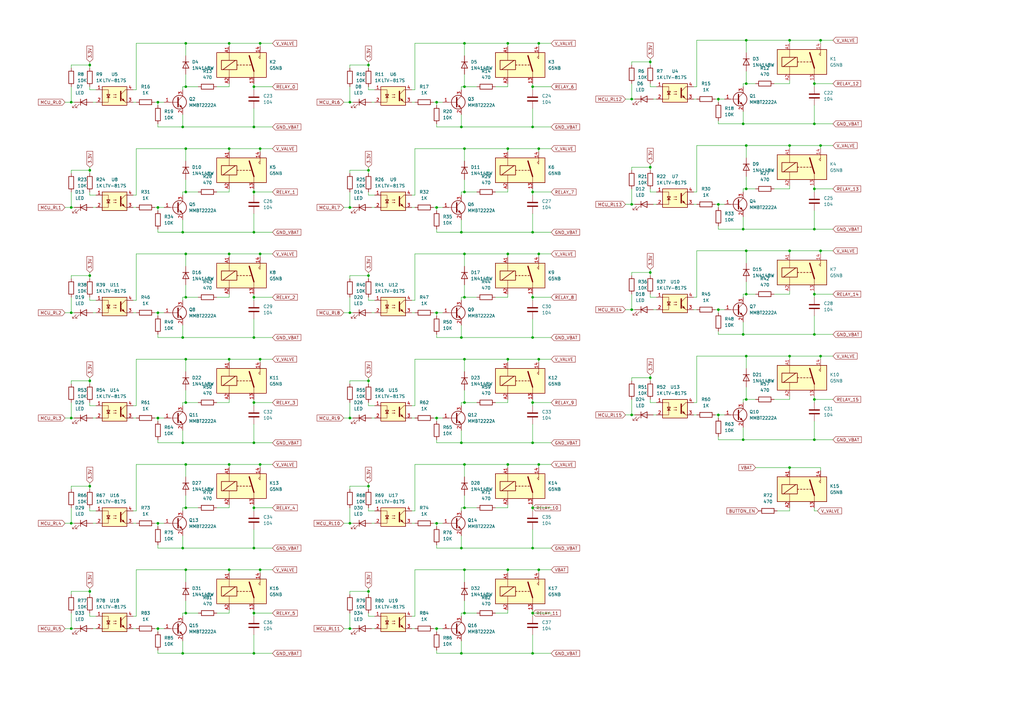
<source format=kicad_sch>
(kicad_sch (version 20250114) (generator "eeschema") (generator_version "9.0")
  (paper "A3")
  (junction (at 304.8 93.98))
  (junction (at 306.07 34.29))
  (junction (at 104.14 95.25))
  (junction (at 74.93 181.61))
  (junction (at 208.28 190.5))
  (junction (at 106.68 104.14))
  (junction (at 64.77 171.45))
  (junction (at 190.5 60.96))
  (junction (at 93.98 60.96))
  (junction (at 294.64 40.64))
  (junction (at 93.98 233.68))
  (junction (at 266.7 68.58))
  (junction (at 334.01 93.98))
  (junction (at 64.77 128.27))
  (junction (at 294.64 170.18))
  (junction (at 294.64 127))
  (junction (at 306.07 120.65))
  (junction (at 93.98 104.14))
  (junction (at 104.14 138.43))
  (junction (at 218.44 224.79))
  (junction (at 76.2 17.78))
  (junction (at 36.83 156.21))
  (junction (at 151.13 113.03))
  (junction (at 208.28 17.78))
  (junction (at 179.07 214.63))
  (junction (at 220.98 147.32))
  (junction (at 190.5 121.92))
  (junction (at 104.14 251.46))
  (junction (at 143.51 85.09))
  (junction (at 220.98 233.68))
  (junction (at 151.13 199.39))
  (junction (at 179.07 128.27))
  (junction (at 218.44 35.56))
  (junction (at 190.5 165.1))
  (junction (at 143.51 171.45))
  (junction (at 104.14 224.79))
  (junction (at 64.77 85.09))
  (junction (at 29.21 41.91))
  (junction (at 218.44 138.43))
  (junction (at 259.08 170.18))
  (junction (at 104.14 35.56))
  (junction (at 104.14 181.61))
  (junction (at 334.01 163.83))
  (junction (at 106.68 17.78))
  (junction (at 74.93 52.07))
  (junction (at 218.44 95.25))
  (junction (at 336.55 146.05))
  (junction (at 104.14 78.74))
  (junction (at 323.85 191.77))
  (junction (at 74.93 95.25))
  (junction (at 218.44 208.28))
  (junction (at 190.5 17.78))
  (junction (at 151.13 156.21))
  (junction (at 266.7 154.94))
  (junction (at 36.83 113.03))
  (junction (at 74.93 267.97))
  (junction (at 259.08 40.64))
  (junction (at 104.14 267.97))
  (junction (at 306.07 77.47))
  (junction (at 29.21 257.81))
  (junction (at 104.14 208.28))
  (junction (at 151.13 26.67))
  (junction (at 143.51 257.81))
  (junction (at 208.28 233.68))
  (junction (at 64.77 257.81))
  (junction (at 218.44 251.46))
  (junction (at 306.07 16.51))
  (junction (at 151.13 242.57))
  (junction (at 218.44 121.92))
  (junction (at 304.8 50.8))
  (junction (at 189.23 95.25))
  (junction (at 218.44 165.1))
  (junction (at 218.44 181.61))
  (junction (at 189.23 267.97))
  (junction (at 190.5 147.32))
  (junction (at 106.68 233.68))
  (junction (at 190.5 190.5))
  (junction (at 218.44 267.97))
  (junction (at 151.13 69.85))
  (junction (at 76.2 251.46))
  (junction (at 104.14 165.1))
  (junction (at 306.07 163.83))
  (junction (at 76.2 208.28))
  (junction (at 190.5 208.28))
  (junction (at 74.93 224.79))
  (junction (at 208.28 147.32))
  (junction (at 76.2 233.68))
  (junction (at 259.08 127))
  (junction (at 294.64 83.82))
  (junction (at 189.23 52.07))
  (junction (at 306.07 59.69))
  (junction (at 208.28 60.96))
  (junction (at 76.2 104.14))
  (junction (at 266.7 111.76))
  (junction (at 36.83 69.85))
  (junction (at 76.2 190.5))
  (junction (at 106.68 60.96))
  (junction (at 36.83 199.39))
  (junction (at 76.2 147.32))
  (junction (at 266.7 25.4))
  (junction (at 179.07 85.09))
  (junction (at 143.51 214.63))
  (junction (at 334.01 120.65))
  (junction (at 323.85 102.87))
  (junction (at 306.07 102.87))
  (junction (at 76.2 165.1))
  (junction (at 336.55 102.87))
  (junction (at 29.21 128.27))
  (junction (at 190.5 78.74))
  (junction (at 334.01 77.47))
  (junction (at 179.07 41.91))
  (junction (at 104.14 121.92))
  (junction (at 218.44 78.74))
  (junction (at 306.07 146.05))
  (junction (at 208.28 104.14))
  (junction (at 220.98 17.78))
  (junction (at 189.23 224.79))
  (junction (at 189.23 138.43))
  (junction (at 179.07 171.45))
  (junction (at 143.51 128.27))
  (junction (at 179.07 257.81))
  (junction (at 93.98 147.32))
  (junction (at 220.98 190.5))
  (junction (at 76.2 60.96))
  (junction (at 323.85 59.69))
  (junction (at 304.8 137.16))
  (junction (at 104.14 52.07))
  (junction (at 93.98 17.78))
  (junction (at 36.83 26.67))
  (junction (at 259.08 83.82))
  (junction (at 218.44 52.07))
  (junction (at 334.01 34.29))
  (junction (at 76.2 78.74))
  (junction (at 74.93 138.43))
  (junction (at 106.68 147.32))
  (junction (at 334.01 180.34))
  (junction (at 93.98 190.5))
  (junction (at 29.21 171.45))
  (junction (at 336.55 16.51))
  (junction (at 29.21 85.09))
  (junction (at 220.98 60.96))
  (junction (at 189.23 181.61))
  (junction (at 323.85 146.05))
  (junction (at 143.51 41.91))
  (junction (at 29.21 214.63))
  (junction (at 106.68 190.5))
  (junction (at 190.5 233.68))
  (junction (at 64.77 41.91))
  (junction (at 334.01 50.8))
  (junction (at 190.5 251.46))
  (junction (at 336.55 59.69))
  (junction (at 220.98 104.14))
  (junction (at 323.85 16.51))
  (junction (at 36.83 242.57))
  (junction (at 76.2 121.92))
  (junction (at 76.2 35.56))
  (junction (at 334.01 137.16))
  (junction (at 190.5 35.56))
  (junction (at 64.77 214.63))
  (junction (at 190.5 104.14))
  (junction (at 304.8 180.34))
  (wire (pts (xy 306.07 120.65) (xy 309.88 120.65)))
  (wire (pts (xy 190.5 246.38) (xy 190.5 251.46)))
  (wire (pts (xy 55.88 123.19) (xy 55.88 104.14)))
  (wire (pts (xy 179.07 172.72) (xy 179.07 171.45)))
  (wire (pts (xy 29.21 208.28) (xy 29.21 214.63)))
  (wire (pts (xy 93.98 17.78) (xy 106.68 17.78)))
  (wire (pts (xy 306.07 163.83) (xy 309.88 163.83)))
  (wire (pts (xy 323.85 102.87) (xy 323.85 104.14)))
  (wire (pts (xy 168.91 36.83) (xy 170.18 36.83)))
  (wire (pts (xy 104.14 165.1) (xy 111.76 165.1)))
  (wire (pts (xy 151.13 199.39) (xy 151.13 200.66)))
  (wire (pts (xy 151.13 113.03) (xy 151.13 114.3)))
  (wire (pts (xy 93.98 104.14) (xy 106.68 104.14)))
  (wire (pts (xy 179.07 267.97) (xy 189.23 267.97)))
  (wire (pts (xy 55.88 209.55) (xy 55.88 190.5)))
  (wire (pts (xy 29.21 199.39) (xy 36.83 199.39)))
  (wire (pts (xy 208.28 251.46) (xy 208.28 250.19)))
  (wire (pts (xy 203.2 208.28) (xy 208.28 208.28)))
  (wire (pts (xy 285.75 35.56) (xy 285.75 16.51)))
  (wire (pts (xy 323.85 191.77) (xy 336.55 191.77)))
  (wire (pts (xy 74.93 90.17) (xy 74.93 95.25)))
  (wire (pts (xy 190.5 165.1) (xy 195.58 165.1)))
  (wire (pts (xy 55.88 104.14) (xy 76.2 104.14)))
  (wire (pts (xy 294.64 128.27) (xy 294.64 127)))
  (wire (pts (xy 208.28 60.96) (xy 220.98 60.96)))
  (wire (pts (xy 76.2 17.78) (xy 76.2 22.86)))
  (wire (pts (xy 306.07 16.51) (xy 306.07 21.59)))
  (wire (pts (xy 285.75 165.1) (xy 285.75 146.05)))
  (wire (pts (xy 64.77 172.72) (xy 64.77 171.45)))
  (wire (pts (xy 267.97 127) (xy 269.24 127)))
  (wire (pts (xy 179.07 43.18) (xy 179.07 41.91)))
  (wire (pts (xy 170.18 166.37) (xy 170.18 147.32)))
  (wire (pts (xy 293.37 127) (xy 294.64 127)))
  (wire (pts (xy 189.23 121.92) (xy 189.23 123.19)))
  (wire (pts (xy 259.08 40.64) (xy 260.35 40.64)))
  (wire (pts (xy 26.67 171.45) (xy 29.21 171.45)))
  (wire (pts (xy 168.91 171.45) (xy 170.18 171.45)))
  (wire (pts (xy 218.44 52.07) (xy 226.06 52.07)))
  (wire (pts (xy 64.77 86.36) (xy 64.77 85.09)))
  (wire (pts (xy 294.64 50.8) (xy 304.8 50.8)))
  (wire (pts (xy 29.21 157.48) (xy 29.21 156.21)))
  (wire (pts (xy 208.28 165.1) (xy 208.28 163.83)))
  (wire (pts (xy 179.07 137.16) (xy 179.07 138.43)))
  (wire (pts (xy 323.85 34.29) (xy 323.85 33.02)))
  (wire (pts (xy 39.37 252.73) (xy 36.83 252.73)))
  (wire (pts (xy 220.98 233.68) (xy 226.06 233.68)))
  (wire (pts (xy 189.23 176.53) (xy 189.23 181.61)))
  (wire (pts (xy 267.97 170.18) (xy 269.24 170.18)))
  (wire (pts (xy 64.77 50.8) (xy 64.77 52.07)))
  (wire (pts (xy 170.18 80.01) (xy 170.18 60.96)))
  (wire (pts (xy 170.18 233.68) (xy 190.5 233.68)))
  (wire (pts (xy 190.5 104.14) (xy 208.28 104.14)))
  (wire (pts (xy 218.44 130.81) (xy 218.44 138.43)))
  (wire (pts (xy 36.83 123.19) (xy 36.83 121.92)))
  (wire (pts (xy 74.93 35.56) (xy 74.93 36.83)))
  (wire (pts (xy 177.8 171.45) (xy 179.07 171.45)))
  (wire (pts (xy 64.77 41.91) (xy 67.31 41.91)))
  (wire (pts (xy 88.9 208.28) (xy 93.98 208.28)))
  (wire (pts (xy 334.01 163.83) (xy 341.63 163.83)))
  (wire (pts (xy 26.67 85.09) (xy 29.21 85.09)))
  (wire (pts (xy 168.91 252.73) (xy 170.18 252.73)))
  (wire (pts (xy 55.88 233.68) (xy 76.2 233.68)))
  (wire (pts (xy 104.14 120.65) (xy 104.14 121.92)))
  (wire (pts (xy 304.8 77.47) (xy 304.8 78.74)))
  (wire (pts (xy 38.1 128.27) (xy 39.37 128.27)))
  (wire (pts (xy 76.2 35.56) (xy 81.28 35.56)))
  (wire (pts (xy 76.2 190.5) (xy 93.98 190.5)))
  (wire (pts (xy 266.7 67.31) (xy 266.7 68.58)))
  (wire (pts (xy 259.08 170.18) (xy 260.35 170.18)))
  (wire (pts (xy 104.14 52.07) (xy 111.76 52.07)))
  (wire (pts (xy 168.91 41.91) (xy 170.18 41.91)))
  (wire (pts (xy 284.48 78.74) (xy 285.75 78.74)))
  (wire (pts (xy 93.98 17.78) (xy 93.98 19.05)))
  (wire (pts (xy 218.44 165.1) (xy 226.06 165.1)))
  (wire (pts (xy 36.83 25.4) (xy 36.83 26.67)))
  (wire (pts (xy 179.07 180.34) (xy 179.07 181.61)))
  (wire (pts (xy 74.93 181.61) (xy 104.14 181.61)))
  (wire (pts (xy 29.21 71.12) (xy 29.21 69.85)))
  (wire (pts (xy 93.98 60.96) (xy 106.68 60.96)))
  (wire (pts (xy 304.8 163.83) (xy 306.07 163.83)))
  (wire (pts (xy 106.68 190.5) (xy 111.76 190.5)))
  (wire (pts (xy 259.08 34.29) (xy 259.08 40.64)))
  (wire (pts (xy 220.98 190.5) (xy 220.98 191.77)))
  (wire (pts (xy 179.07 223.52) (xy 179.07 224.79)))
  (wire (pts (xy 104.14 87.63) (xy 104.14 95.25)))
  (wire (pts (xy 93.98 251.46) (xy 93.98 250.19)))
  (wire (pts (xy 189.23 52.07) (xy 218.44 52.07)))
  (wire (pts (xy 304.8 120.65) (xy 304.8 121.92)))
  (wire (pts (xy 74.93 251.46) (xy 74.93 252.73)))
  (wire (pts (xy 143.51 121.92) (xy 143.51 128.27)))
  (wire (pts (xy 306.07 146.05) (xy 306.07 151.13)))
  (wire (pts (xy 334.01 163.83) (xy 334.01 165.1)))
  (wire (pts (xy 74.93 78.74) (xy 74.93 80.01)))
  (wire (pts (xy 106.68 104.14) (xy 111.76 104.14)))
  (wire (pts (xy 323.85 209.55) (xy 323.85 208.28)))
  (wire (pts (xy 29.21 27.94) (xy 29.21 26.67)))
  (wire (pts (xy 203.2 251.46) (xy 208.28 251.46)))
  (wire (pts (xy 76.2 203.2) (xy 76.2 208.28)))
  (wire (pts (xy 143.51 78.74) (xy 143.51 85.09)))
  (wire (pts (xy 54.61 257.81) (xy 55.88 257.81)))
  (wire (pts (xy 36.83 111.76) (xy 36.83 113.03)))
  (wire (pts (xy 170.18 36.83) (xy 170.18 17.78)))
  (wire (pts (xy 151.13 123.19) (xy 151.13 121.92)))
  (wire (pts (xy 143.51 251.46) (xy 143.51 257.81)))
  (wire (pts (xy 104.14 121.92) (xy 111.76 121.92)))
  (wire (pts (xy 93.98 190.5) (xy 106.68 190.5)))
  (wire (pts (xy 190.5 147.32) (xy 208.28 147.32)))
  (wire (pts (xy 143.51 114.3) (xy 143.51 113.03)))
  (wire (pts (xy 64.77 259.08) (xy 64.77 257.81)))
  (wire (pts (xy 104.14 208.28) (xy 104.14 209.55)))
  (wire (pts (xy 259.08 154.94) (xy 266.7 154.94)))
  (wire (pts (xy 306.07 59.69) (xy 323.85 59.69)))
  (wire (pts (xy 179.07 138.43) (xy 189.23 138.43)))
  (wire (pts (xy 104.14 163.83) (xy 104.14 165.1)))
  (wire (pts (xy 189.23 35.56) (xy 190.5 35.56)))
  (wire (pts (xy 55.88 166.37) (xy 55.88 147.32)))
  (wire (pts (xy 36.83 69.85) (xy 36.83 71.12)))
  (wire (pts (xy 334.01 50.8) (xy 341.63 50.8)))
  (wire (pts (xy 189.23 121.92) (xy 190.5 121.92)))
  (wire (pts (xy 218.44 267.97) (xy 226.06 267.97)))
  (wire (pts (xy 29.21 200.66) (xy 29.21 199.39)))
  (wire (pts (xy 54.61 80.01) (xy 55.88 80.01)))
  (wire (pts (xy 218.44 181.61) (xy 226.06 181.61)))
  (wire (pts (xy 304.8 163.83) (xy 304.8 165.1)))
  (wire (pts (xy 269.24 121.92) (xy 266.7 121.92)))
  (wire (pts (xy 259.08 77.47) (xy 259.08 83.82)))
  (wire (pts (xy 74.93 46.99) (xy 74.93 52.07)))
  (wire (pts (xy 190.5 233.68) (xy 190.5 238.76)))
  (wire (pts (xy 179.07 86.36) (xy 179.07 85.09)))
  (wire (pts (xy 266.7 24.13) (xy 266.7 25.4)))
  (wire (pts (xy 336.55 102.87) (xy 341.63 102.87)))
  (wire (pts (xy 74.93 133.35) (xy 74.93 138.43)))
  (wire (pts (xy 93.98 190.5) (xy 93.98 191.77)))
  (wire (pts (xy 218.44 251.46) (xy 226.06 251.46)))
  (wire (pts (xy 38.1 85.09) (xy 39.37 85.09)))
  (wire (pts (xy 304.8 34.29) (xy 304.8 35.56)))
  (wire (pts (xy 168.91 209.55) (xy 170.18 209.55)))
  (wire (pts (xy 190.5 147.32) (xy 190.5 152.4)))
  (wire (pts (xy 74.93 176.53) (xy 74.93 181.61)))
  (wire (pts (xy 104.14 78.74) (xy 104.14 80.01)))
  (wire (pts (xy 143.51 128.27) (xy 144.78 128.27)))
  (wire (pts (xy 143.51 157.48) (xy 143.51 156.21)))
  (wire (pts (xy 179.07 259.08) (xy 179.07 257.81)))
  (wire (pts (xy 189.23 165.1) (xy 189.23 166.37)))
  (wire (pts (xy 304.8 88.9) (xy 304.8 93.98)))
  (wire (pts (xy 93.98 233.68) (xy 93.98 234.95)))
  (wire (pts (xy 177.8 257.81) (xy 179.07 257.81)))
  (wire (pts (xy 317.5 120.65) (xy 323.85 120.65)))
  (wire (pts (xy 93.98 78.74) (xy 93.98 77.47)))
  (wire (pts (xy 269.24 78.74) (xy 266.7 78.74)))
  (wire (pts (xy 220.98 147.32) (xy 220.98 148.59)))
  (wire (pts (xy 64.77 257.81) (xy 67.31 257.81)))
  (wire (pts (xy 38.1 214.63) (xy 39.37 214.63)))
  (wire (pts (xy 93.98 60.96) (xy 93.98 62.23)))
  (wire (pts (xy 334.01 119.38) (xy 334.01 120.65)))
  (wire (pts (xy 218.44 217.17) (xy 218.44 224.79)))
  (wire (pts (xy 63.5 257.81) (xy 64.77 257.81)))
  (wire (pts (xy 179.07 128.27) (xy 181.61 128.27)))
  (wire (pts (xy 266.7 35.56) (xy 266.7 34.29)))
  (wire (pts (xy 336.55 146.05) (xy 341.63 146.05)))
  (wire (pts (xy 88.9604 251.46) (xy 93.98 251.46)))
  (wire (pts (xy 153.67 80.01) (xy 151.13 80.01)))
  (wire (pts (xy 93.98 104.14) (xy 93.98 105.41)))
  (wire (pts (xy 55.88 60.96) (xy 76.2 60.96)))
  (wire (pts (xy 336.55 102.87) (xy 336.55 104.14)))
  (wire (pts (xy 76.2 233.68) (xy 93.98 233.68)))
  (wire (pts (xy 336.55 193.04) (xy 336.55 191.77)))
  (wire (pts (xy 336.55 16.51) (xy 341.63 16.51)))
  (wire (pts (xy 74.93 267.97) (xy 104.14 267.97)))
  (wire (pts (xy 76.2 73.66) (xy 76.2 78.74)))
  (wire (pts (xy 304.8 77.47) (xy 306.07 77.47)))
  (wire (pts (xy 104.14 251.46) (xy 104.14 252.73)))
  (wire (pts (xy 64.77 137.16) (xy 64.77 138.43)))
  (wire (pts (xy 152.4 257.81) (xy 153.67 257.81)))
  (wire (pts (xy 266.7 25.4) (xy 266.7 26.67)))
  (wire (pts (xy 203.2 78.74) (xy 208.28 78.74)))
  (wire (pts (xy 38.1 171.45) (xy 39.37 171.45)))
  (wire (pts (xy 190.5 208.28) (xy 195.58 208.28)))
  (wire (pts (xy 151.13 69.85) (xy 151.13 71.12)))
  (wire (pts (xy 334.01 77.47) (xy 334.01 78.74)))
  (wire (pts (xy 177.8 214.63) (xy 179.07 214.63)))
  (wire (pts (xy 294.64 135.89) (xy 294.64 137.16)))
  (wire (pts (xy 106.68 60.96) (xy 106.68 62.23)))
  (wire (pts (xy 218.44 95.25) (xy 226.06 95.25)))
  (wire (pts (xy 151.13 25.4) (xy 151.13 26.67)))
  (wire (pts (xy 170.18 104.14) (xy 190.5 104.14)))
  (wire (pts (xy 63.5 41.91) (xy 64.77 41.91)))
  (wire (pts (xy 64.77 128.27) (xy 67.31 128.27)))
  (wire (pts (xy 143.51 208.28) (xy 143.51 214.63)))
  (wire (pts (xy 334.01 34.29) (xy 341.63 34.29)))
  (wire (pts (xy 152.4 41.91) (xy 153.67 41.91)))
  (wire (pts (xy 220.98 60.96) (xy 220.98 62.23)))
  (wire (pts (xy 285.75 146.05) (xy 306.07 146.05)))
  (wire (pts (xy 285.75 78.74) (xy 285.75 59.69)))
  (wire (pts (xy 64.77 267.97) (xy 74.93 267.97)))
  (wire (pts (xy 218.44 35.56) (xy 226.06 35.56)))
  (wire (pts (xy 220.98 190.5) (xy 226.06 190.5)))
  (wire (pts (xy 153.67 36.83) (xy 151.13 36.83)))
  (wire (pts (xy 294.64 170.18) (xy 297.18 170.18)))
  (wire (pts (xy 170.18 190.5) (xy 190.5 190.5)))
  (wire (pts (xy 74.93 219.71) (xy 74.93 224.79)))
  (wire (pts (xy 266.7 110.49) (xy 266.7 111.76)))
  (wire (pts (xy 74.93 35.56) (xy 76.2 35.56)))
  (wire (pts (xy 29.21 243.84) (xy 29.21 242.57)))
  (wire (pts (xy 104.14 35.56) (xy 111.76 35.56)))
  (wire (pts (xy 64.77 224.79) (xy 64.77 223.52)))
  (wire (pts (xy 143.51 41.91) (xy 144.78 41.91)))
  (wire (pts (xy 104.14 251.46) (xy 111.76 251.46)))
  (wire (pts (xy 284.48 83.82) (xy 285.75 83.82)))
  (wire (pts (xy 304.8 180.34) (xy 334.01 180.34)))
  (wire (pts (xy 179.07 266.7) (xy 179.07 267.97)))
  (wire (pts (xy 259.08 127) (xy 260.35 127)))
  (wire (pts (xy 153.67 252.73) (xy 151.13 252.73)))
  (wire (pts (xy 179.07 224.79) (xy 189.23 224.79)))
  (wire (pts (xy 218.44 77.47) (xy 218.44 78.74)))
  (wire (pts (xy 151.13 154.94) (xy 151.13 156.21)))
  (wire (pts (xy 104.14 44.45) (xy 104.14 52.07)))
  (wire (pts (xy 179.07 257.81) (xy 181.61 257.81)))
  (wire (pts (xy 54.61 123.19) (xy 55.88 123.19)))
  (wire (pts (xy 179.07 95.25) (xy 189.23 95.25)))
  (wire (pts (xy 294.64 83.82) (xy 297.18 83.82)))
  (wire (pts (xy 256.54 40.64) (xy 259.08 40.64)))
  (wire (pts (xy 220.98 104.14) (xy 220.98 105.41)))
  (wire (pts (xy 88.9 78.74) (xy 93.98 78.74)))
  (wire (pts (xy 104.14 78.74) (xy 111.76 78.74)))
  (wire (pts (xy 323.85 59.69) (xy 336.55 59.69)))
  (wire (pts (xy 76.2 104.14) (xy 93.98 104.14)))
  (wire (pts (xy 143.51 113.03) (xy 151.13 113.03)))
  (wire (pts (xy 170.18 147.32) (xy 190.5 147.32)))
  (wire (pts (xy 143.51 35.56) (xy 143.51 41.91)))
  (wire (pts (xy 284.48 40.64) (xy 285.75 40.64)))
  (wire (pts (xy 76.2 78.74) (xy 81.28 78.74)))
  (wire (pts (xy 106.68 104.14) (xy 106.68 105.41)))
  (wire (pts (xy 304.8 175.26) (xy 304.8 180.34)))
  (wire (pts (xy 284.48 35.56) (xy 285.75 35.56)))
  (wire (pts (xy 306.07 59.69) (xy 306.07 64.77)))
  (wire (pts (xy 336.55 146.05) (xy 336.55 147.32)))
  (wire (pts (xy 106.68 17.78) (xy 106.68 19.05)))
  (wire (pts (xy 218.44 250.19) (xy 218.44 251.46)))
  (wire (pts (xy 218.44 173.99) (xy 218.44 181.61)))
  (wire (pts (xy 36.83 26.67) (xy 36.83 27.94)))
  (wire (pts (xy 64.77 95.25) (xy 74.93 95.25)))
  (wire (pts (xy 189.23 219.71) (xy 189.23 224.79)))
  (wire (pts (xy 294.64 127) (xy 297.18 127)))
  (wire (pts (xy 179.07 214.63) (xy 181.61 214.63)))
  (wire (pts (xy 143.51 27.94) (xy 143.51 26.67)))
  (wire (pts (xy 304.8 132.08) (xy 304.8 137.16)))
  (wire (pts (xy 304.8 137.16) (xy 334.01 137.16)))
  (wire (pts (xy 334.01 172.72) (xy 334.01 180.34)))
  (wire (pts (xy 334.01 33.02) (xy 334.01 34.29)))
  (wire (pts (xy 38.1 41.91) (xy 39.37 41.91)))
  (wire (pts (xy 208.28 104.14) (xy 208.28 105.41)))
  (wire (pts (xy 76.2 246.38) (xy 76.2 251.46)))
  (wire (pts (xy 55.88 80.01) (xy 55.88 60.96)))
  (wire (pts (xy 140.97 85.09) (xy 143.51 85.09)))
  (wire (pts (xy 306.07 158.75) (xy 306.07 163.83)))
  (wire (pts (xy 190.5 60.96) (xy 190.5 66.04)))
  (wire (pts (xy 208.28 104.14) (xy 220.98 104.14)))
  (wire (pts (xy 306.07 146.05) (xy 323.85 146.05)))
  (wire (pts (xy 306.07 29.21) (xy 306.07 34.29)))
  (wire (pts (xy 29.21 78.74) (xy 29.21 85.09)))
  (wire (pts (xy 323.85 120.65) (xy 323.85 119.38)))
  (wire (pts (xy 266.7 68.58) (xy 266.7 69.85)))
  (wire (pts (xy 93.98 147.32) (xy 93.98 148.59)))
  (wire (pts (xy 143.51 71.12) (xy 143.51 69.85)))
  (wire (pts (xy 294.64 93.98) (xy 304.8 93.98)))
  (wire (pts (xy 143.51 242.57) (xy 151.13 242.57)))
  (wire (pts (xy 218.44 78.74) (xy 226.06 78.74)))
  (wire (pts (xy 218.44 208.28) (xy 218.44 209.55)))
  (wire (pts (xy 54.61 252.73) (xy 55.88 252.73)))
  (wire (pts (xy 203.1596 121.92) (xy 208.28 121.92)))
  (wire (pts (xy 74.93 121.92) (xy 74.93 123.19)))
  (wire (pts (xy 334.01 77.47) (xy 341.63 77.47)))
  (wire (pts (xy 189.23 138.43) (xy 218.44 138.43)))
  (wire (pts (xy 190.5 17.78) (xy 208.28 17.78)))
  (wire (pts (xy 189.23 267.97) (xy 218.44 267.97)))
  (wire (pts (xy 266.7 153.67) (xy 266.7 154.94)))
  (wire (pts (xy 309.88 191.77) (xy 323.85 191.77)))
  (wire (pts (xy 151.13 80.01) (xy 151.13 78.74)))
  (wire (pts (xy 104.14 130.81) (xy 104.14 138.43)))
  (wire (pts (xy 64.77 138.43) (xy 74.93 138.43)))
  (wire (pts (xy 266.7 165.1) (xy 266.7 163.83)))
  (wire (pts (xy 168.91 257.81) (xy 170.18 257.81)))
  (wire (pts (xy 104.14 217.17) (xy 104.14 224.79)))
  (wire (pts (xy 104.14 121.92) (xy 104.14 123.19)))
  (wire (pts (xy 189.23 35.56) (xy 189.23 36.83)))
  (wire (pts (xy 29.21 242.57) (xy 36.83 242.57)))
  (wire (pts (xy 179.07 41.91) (xy 181.61 41.91)))
  (wire (pts (xy 93.98 233.68) (xy 106.68 233.68)))
  (wire (pts (xy 189.23 78.74) (xy 189.23 80.01)))
  (wire (pts (xy 293.37 170.18) (xy 294.64 170.18)))
  (wire (pts (xy 293.37 83.82) (xy 294.64 83.82)))
  (wire (pts (xy 140.97 128.27) (xy 143.51 128.27)))
  (wire (pts (xy 218.44 251.46) (xy 218.44 252.73)))
  (wire (pts (xy 151.13 252.73) (xy 151.13 251.46)))
  (wire (pts (xy 29.21 69.85) (xy 36.83 69.85)))
  (wire (pts (xy 64.77 181.61) (xy 74.93 181.61)))
  (wire (pts (xy 55.88 36.83) (xy 55.88 17.78)))
  (wire (pts (xy 55.88 190.5) (xy 76.2 190.5)))
  (wire (pts (xy 76.2 208.28) (xy 81.28 208.28)))
  (wire (pts (xy 104.14 181.61) (xy 111.76 181.61)))
  (wire (pts (xy 306.07 115.57) (xy 306.07 120.65)))
  (wire (pts (xy 208.28 17.78) (xy 208.28 19.05)))
  (wire (pts (xy 218.44 78.74) (xy 218.44 80.01)))
  (wire (pts (xy 151.13 156.21) (xy 151.13 157.48)))
  (wire (pts (xy 36.83 80.01) (xy 36.83 78.74)))
  (wire (pts (xy 76.2 60.96) (xy 76.2 66.04)))
  (wire (pts (xy 29.21 26.67) (xy 36.83 26.67)))
  (wire (pts (xy 256.54 170.18) (xy 259.08 170.18)))
  (wire (pts (xy 74.93 208.28) (xy 74.93 209.55)))
  (wire (pts (xy 189.23 251.46) (xy 190.5 251.46)))
  (wire (pts (xy 64.77 224.79) (xy 74.93 224.79)))
  (wire (pts (xy 64.77 129.54) (xy 64.77 128.27)))
  (wire (pts (xy 143.51 171.45) (xy 144.78 171.45)))
  (wire (pts (xy 190.5 203.2) (xy 190.5 208.28)))
  (wire (pts (xy 63.5 171.45) (xy 64.77 171.45)))
  (wire (pts (xy 189.23 46.99) (xy 189.23 52.07)))
  (wire (pts (xy 294.64 92.71) (xy 294.64 93.98)))
  (wire (pts (xy 88.9 35.56) (xy 93.98 35.56)))
  (wire (pts (xy 104.14 165.1) (xy 104.14 166.37)))
  (wire (pts (xy 269.24 35.56) (xy 266.7 35.56)))
  (wire (pts (xy 259.08 111.76) (xy 266.7 111.76)))
  (wire (pts (xy 104.14 34.29) (xy 104.14 35.56)))
  (wire (pts (xy 39.37 209.55) (xy 36.83 209.55)))
  (wire (pts (xy 208.28 121.92) (xy 208.28 120.65)))
  (wire (pts (xy 179.07 181.61) (xy 189.23 181.61)))
  (wire (pts (xy 177.8 128.27) (xy 179.07 128.27)))
  (wire (pts (xy 39.37 80.01) (xy 36.83 80.01)))
  (wire (pts (xy 93.98 165.1) (xy 93.98 163.83)))
  (wire (pts (xy 218.44 138.43) (xy 226.06 138.43)))
  (wire (pts (xy 218.44 44.45) (xy 218.44 52.07)))
  (wire (pts (xy 153.67 123.19) (xy 151.13 123.19)))
  (wire (pts (xy 29.21 41.91) (xy 30.48 41.91)))
  (wire (pts (xy 259.08 163.83) (xy 259.08 170.18)))
  (wire (pts (xy 29.21 113.03) (xy 36.83 113.03)))
  (wire (pts (xy 294.64 171.45) (xy 294.64 170.18)))
  (wire (pts (xy 284.48 165.1) (xy 285.75 165.1)))
  (wire (pts (xy 334.01 43.18) (xy 334.01 50.8)))
  (wire (pts (xy 151.13 26.67) (xy 151.13 27.94)))
  (wire (pts (xy 76.2 147.32) (xy 93.98 147.32)))
  (wire (pts (xy 190.5 160.02) (xy 190.5 165.1)))
  (wire (pts (xy 88.9 121.92) (xy 93.98 121.92)))
  (wire (pts (xy 190.5 190.5) (xy 190.5 195.58)))
  (wire (pts (xy 76.2 104.14) (xy 76.2 109.22)))
  (wire (pts (xy 323.85 146.05) (xy 336.55 146.05)))
  (wire (pts (xy 143.51 257.81) (xy 144.78 257.81)))
  (wire (pts (xy 317.5 163.83) (xy 323.85 163.83)))
  (wire (pts (xy 218.44 121.92) (xy 226.06 121.92)))
  (wire (pts (xy 151.13 36.83) (xy 151.13 35.56)))
  (wire (pts (xy 177.8 85.09) (xy 179.07 85.09)))
  (wire (pts (xy 106.68 60.96) (xy 111.76 60.96)))
  (wire (pts (xy 29.21 257.81) (xy 30.48 257.81)))
  (wire (pts (xy 104.14 250.19) (xy 104.14 251.46)))
  (wire (pts (xy 334.01 180.34) (xy 341.63 180.34)))
  (wire (pts (xy 29.21 35.56) (xy 29.21 41.91)))
  (wire (pts (xy 29.21 156.21) (xy 36.83 156.21)))
  (wire (pts (xy 36.83 242.57) (xy 36.83 243.84)))
  (wire (pts (xy 152.4 171.45) (xy 153.67 171.45)))
  (wire (pts (xy 170.18 60.96) (xy 190.5 60.96)))
  (wire (pts (xy 285.75 102.87) (xy 306.07 102.87)))
  (wire (pts (xy 284.48 127) (xy 285.75 127)))
  (wire (pts (xy 64.77 93.98) (xy 64.77 95.25)))
  (wire (pts (xy 63.5 85.09) (xy 64.77 85.09)))
  (wire (pts (xy 104.14 138.43) (xy 111.76 138.43)))
  (wire (pts (xy 36.83 36.83) (xy 36.83 35.56)))
  (wire (pts (xy 29.21 85.09) (xy 30.48 85.09)))
  (wire (pts (xy 74.93 224.79) (xy 104.14 224.79)))
  (wire (pts (xy 55.88 17.78) (xy 76.2 17.78)))
  (wire (pts (xy 63.5 128.27) (xy 64.77 128.27)))
  (wire (pts (xy 334.01 93.98) (xy 341.63 93.98)))
  (wire (pts (xy 259.08 113.03) (xy 259.08 111.76)))
  (wire (pts (xy 29.21 251.46) (xy 29.21 257.81)))
  (wire (pts (xy 170.18 252.73) (xy 170.18 233.68)))
  (wire (pts (xy 208.28 233.68) (xy 208.28 234.95)))
  (wire (pts (xy 64.77 43.18) (xy 64.77 41.91)))
  (wire (pts (xy 336.55 16.51) (xy 336.55 17.78)))
  (wire (pts (xy 218.44 260.35) (xy 218.44 267.97)))
  (wire (pts (xy 93.98 147.32) (xy 106.68 147.32)))
  (wire (pts (xy 76.2 116.84) (xy 76.2 121.92)))
  (wire (pts (xy 153.67 166.37) (xy 151.13 166.37)))
  (wire (pts (xy 189.23 208.28) (xy 190.5 208.28)))
  (wire (pts (xy 74.93 165.1) (xy 74.93 166.37)))
  (wire (pts (xy 29.21 121.92) (xy 29.21 128.27)))
  (wire (pts (xy 152.4 85.09) (xy 153.67 85.09)))
  (wire (pts (xy 151.13 198.12) (xy 151.13 199.39)))
  (wire (pts (xy 64.77 180.34) (xy 64.77 181.61)))
  (wire (pts (xy 104.14 77.47) (xy 104.14 78.74)))
  (wire (pts (xy 106.68 190.5) (xy 106.68 191.77)))
  (wire (pts (xy 151.13 241.3) (xy 151.13 242.57)))
  (wire (pts (xy 208.28 190.5) (xy 220.98 190.5)))
  (wire (pts (xy 106.68 233.68) (xy 111.76 233.68)))
  (wire (pts (xy 55.88 233.68) (xy 55.88 252.73)))
  (wire (pts (xy 140.97 41.91) (xy 143.51 41.91)))
  (wire (pts (xy 39.37 123.19) (xy 36.83 123.19)))
  (wire (pts (xy 104.14 207.01) (xy 104.14 208.28)))
  (wire (pts (xy 36.83 199.39) (xy 36.83 200.66)))
  (wire (pts (xy 104.14 224.79) (xy 111.76 224.79)))
  (wire (pts (xy 179.07 52.07) (xy 189.23 52.07)))
  (wire (pts (xy 306.07 77.47) (xy 309.88 77.47)))
  (wire (pts (xy 323.85 59.69) (xy 323.85 60.96)))
  (wire (pts (xy 26.67 128.27) (xy 29.21 128.27)))
  (wire (pts (xy 284.48 121.92) (xy 285.75 121.92)))
  (wire (pts (xy 36.83 156.21) (xy 36.83 157.48)))
  (wire (pts (xy 64.77 85.09) (xy 67.31 85.09)))
  (wire (pts (xy 74.93 138.43) (xy 104.14 138.43)))
  (wire (pts (xy 26.67 214.63) (xy 29.21 214.63)))
  (wire (pts (xy 334.01 120.65) (xy 341.63 120.65)))
  (wire (pts (xy 29.21 214.63) (xy 30.48 214.63)))
  (wire (pts (xy 39.37 36.83) (xy 36.83 36.83)))
  (wire (pts (xy 323.85 77.47) (xy 323.85 76.2)))
  (wire (pts (xy 304.8 34.29) (xy 306.07 34.29)))
  (wire (pts (xy 190.5 35.56) (xy 195.58 35.56)))
  (wire (pts (xy 29.21 171.45) (xy 30.48 171.45)))
  (wire (pts (xy 294.64 180.34) (xy 304.8 180.34)))
  (wire (pts (xy 179.07 93.98) (xy 179.07 95.25)))
  (wire (pts (xy 208.28 190.5) (xy 208.28 191.77)))
  (wire (pts (xy 220.98 147.32) (xy 226.06 147.32)))
  (wire (pts (xy 168.91 166.37) (xy 170.18 166.37)))
  (wire (pts (xy 218.44 224.79) (xy 226.06 224.79)))
  (wire (pts (xy 220.98 60.96) (xy 226.06 60.96)))
  (wire (pts (xy 203.2 35.56) (xy 208.28 35.56)))
  (wire (pts (xy 323.85 102.87) (xy 336.55 102.87)))
  (wire (pts (xy 26.67 257.81) (xy 29.21 257.81)))
  (wire (pts (xy 285.75 16.51) (xy 306.07 16.51)))
  (wire (pts (xy 259.08 26.67) (xy 259.08 25.4)))
  (wire (pts (xy 76.2 147.32) (xy 76.2 152.4)))
  (wire (pts (xy 220.98 17.78) (xy 220.98 19.05)))
  (wire (pts (xy 104.14 95.25) (xy 111.76 95.25)))
  (wire (pts (xy 317.5 77.47) (xy 323.85 77.47)))
  (wire (pts (xy 74.93 262.89) (xy 74.93 267.97)))
  (wire (pts (xy 267.97 40.64) (xy 269.24 40.64)))
  (wire (pts (xy 143.51 214.63) (xy 144.78 214.63)))
  (wire (pts (xy 266.7 121.92) (xy 266.7 120.65)))
  (wire (pts (xy 189.23 165.1) (xy 190.5 165.1)))
  (wire (pts (xy 317.5 34.29) (xy 323.85 34.29)))
  (wire (pts (xy 168.91 123.19) (xy 170.18 123.19)))
  (wire (pts (xy 93.98 208.28) (xy 93.98 207.01)))
  (wire (pts (xy 179.07 50.8) (xy 179.07 52.07)))
  (wire (pts (xy 74.93 165.1) (xy 76.2 165.1)))
  (wire (pts (xy 218.44 208.28) (xy 226.06 208.28)))
  (wire (pts (xy 294.64 49.53) (xy 294.64 50.8)))
  (wire (pts (xy 74.93 78.74) (xy 76.2 78.74)))
  (wire (pts (xy 179.07 129.54) (xy 179.07 128.27)))
  (wire (pts (xy 259.08 156.21) (xy 259.08 154.94)))
  (wire (pts (xy 76.2 165.1) (xy 81.28 165.1)))
  (wire (pts (xy 151.13 68.58) (xy 151.13 69.85)))
  (wire (pts (xy 26.67 41.91) (xy 29.21 41.91)))
  (wire (pts (xy 208.28 60.96) (xy 208.28 62.23)))
  (wire (pts (xy 29.21 165.1) (xy 29.21 171.45)))
  (wire (pts (xy 208.28 147.32) (xy 220.98 147.32)))
  (wire (pts (xy 151.13 242.57) (xy 151.13 243.84)))
  (wire (pts (xy 54.61 36.83) (xy 55.88 36.83)))
  (wire (pts (xy 74.93 251.46) (xy 76.2 251.46)))
  (wire (pts (xy 29.21 114.3) (xy 29.21 113.03)))
  (wire (pts (xy 189.23 90.17) (xy 189.23 95.25)))
  (wire (pts (xy 143.51 199.39) (xy 151.13 199.39)))
  (wire (pts (xy 54.61 214.63) (xy 55.88 214.63)))
  (wire (pts (xy 323.85 146.05) (xy 323.85 147.32)))
  (wire (pts (xy 284.48 170.18) (xy 285.75 170.18)))
  (wire (pts (xy 64.77 171.45) (xy 67.31 171.45)))
  (wire (pts (xy 189.23 95.25) (xy 218.44 95.25)))
  (wire (pts (xy 179.07 85.09) (xy 181.61 85.09)))
  (wire (pts (xy 76.2 30.48) (xy 76.2 35.56)))
  (wire (pts (xy 74.93 208.28) (xy 76.2 208.28)))
  (wire (pts (xy 189.23 78.74) (xy 190.5 78.74)))
  (wire (pts (xy 168.91 80.01) (xy 170.18 80.01)))
  (wire (pts (xy 140.97 214.63) (xy 143.51 214.63)))
  (wire (pts (xy 36.83 154.94) (xy 36.83 156.21)))
  (wire (pts (xy 153.67 209.55) (xy 151.13 209.55)))
  (wire (pts (xy 190.5 17.78) (xy 190.5 22.86)))
  (wire (pts (xy 304.8 93.98) (xy 334.01 93.98)))
  (wire (pts (xy 189.23 251.46) (xy 189.23 252.73)))
  (wire (pts (xy 304.8 45.72) (xy 304.8 50.8)))
  (wire (pts (xy 189.23 208.28) (xy 189.23 209.55)))
  (wire (pts (xy 179.07 171.45) (xy 181.61 171.45)))
  (wire (pts (xy 256.54 127) (xy 259.08 127)))
  (wire (pts (xy 29.21 128.27) (xy 30.48 128.27)))
  (wire (pts (xy 259.08 68.58) (xy 266.7 68.58)))
  (wire (pts (xy 104.14 267.97) (xy 111.76 267.97)))
  (wire (pts (xy 267.97 83.82) (xy 269.24 83.82)))
  (wire (pts (xy 306.07 102.87) (xy 323.85 102.87)))
  (wire (pts (xy 106.68 233.68) (xy 106.68 234.95)))
  (wire (pts (xy 76.2 121.92) (xy 81.28 121.92)))
  (wire (pts (xy 218.44 207.01) (xy 218.44 208.28)))
  (wire (pts (xy 189.23 262.89) (xy 189.23 267.97)))
  (wire (pts (xy 306.07 16.51) (xy 323.85 16.51)))
  (wire (pts (xy 208.28 147.32) (xy 208.28 148.59)))
  (wire (pts (xy 323.85 16.51) (xy 323.85 17.78)))
  (wire (pts (xy 294.64 85.09) (xy 294.64 83.82)))
  (wire (pts (xy 208.28 17.78) (xy 220.98 17.78)))
  (wire (pts (xy 334.01 120.65) (xy 334.01 121.92)))
  (wire (pts (xy 335.28 209.55) (xy 334.01 209.55)))
  (wire (pts (xy 106.68 17.78) (xy 111.76 17.78)))
  (wire (pts (xy 293.37 40.64) (xy 294.64 40.64)))
  (wire (pts (xy 151.13 209.55) (xy 151.13 208.28)))
  (wire (pts (xy 140.97 171.45) (xy 143.51 171.45)))
  (wire (pts (xy 334.01 137.16) (xy 341.63 137.16)))
  (wire (pts (xy 143.51 85.09) (xy 144.78 85.09)))
  (wire (pts (xy 266.7 154.94) (xy 266.7 156.21)))
  (wire (pts (xy 39.37 166.37) (xy 36.83 166.37)))
  (wire (pts (xy 143.51 165.1) (xy 143.51 171.45)))
  (wire (pts (xy 36.83 166.37) (xy 36.83 165.1)))
  (wire (pts (xy 63.5 214.63) (xy 64.77 214.63)))
  (wire (pts (xy 323.85 16.51) (xy 336.55 16.51)))
  (wire (pts (xy 152.4 214.63) (xy 153.67 214.63)))
  (wire (pts (xy 190.5 121.92) (xy 195.5396 121.92)))
  (wire (pts (xy 304.8 50.8) (xy 334.01 50.8)))
  (wire (pts (xy 143.51 156.21) (xy 151.13 156.21)))
  (wire (pts (xy 220.98 233.68) (xy 220.98 234.95)))
  (wire (pts (xy 323.85 163.83) (xy 323.85 162.56)))
  (wire (pts (xy 294.64 137.16) (xy 304.8 137.16)))
  (wire (pts (xy 336.55 59.69) (xy 336.55 60.96)))
  (wire (pts (xy 55.88 147.32) (xy 76.2 147.32)))
  (wire (pts (xy 170.18 17.78) (xy 190.5 17.78)))
  (wire (pts (xy 168.91 214.63) (xy 170.18 214.63)))
  (wire (pts (xy 208.28 233.68) (xy 220.98 233.68)))
  (wire (pts (xy 168.91 128.27) (xy 170.18 128.27)))
  (wire (pts (xy 76.2 251.46) (xy 81.3404 251.46)))
  (wire (pts (xy 285.75 59.69) (xy 306.07 59.69)))
  (wire (pts (xy 294.64 41.91) (xy 294.64 40.64)))
  (wire (pts (xy 143.51 200.66) (xy 143.51 199.39)))
  (wire (pts (xy 336.55 59.69) (xy 341.63 59.69)))
  (wire (pts (xy 189.23 181.61) (xy 218.44 181.61)))
  (wire (pts (xy 170.18 123.19) (xy 170.18 104.14)))
  (wire (pts (xy 208.28 78.74) (xy 208.28 77.47)))
  (wire (pts (xy 143.51 243.84) (xy 143.51 242.57)))
  (wire (pts (xy 208.28 35.56) (xy 208.28 34.29)))
  (wire (pts (xy 334.01 209.55) (xy 334.01 208.28)))
  (wire (pts (xy 64.77 266.7) (xy 64.77 267.97)))
  (wire (pts (xy 304.8 120.65) (xy 306.07 120.65)))
  (wire (pts (xy 203.2 165.1) (xy 208.28 165.1)))
  (wire (pts (xy 104.14 208.28) (xy 111.76 208.28)))
  (wire (pts (xy 74.93 95.25) (xy 104.14 95.25)))
  (wire (pts (xy 36.83 252.73) (xy 36.83 251.46)))
  (wire (pts (xy 54.61 85.09) (xy 55.88 85.09)))
  (wire (pts (xy 54.61 209.55) (xy 55.88 209.55)))
  (wire (pts (xy 152.4 128.27) (xy 153.67 128.27)))
  (wire (pts (xy 220.98 17.78) (xy 226.06 17.78)))
  (wire (pts (xy 74.93 121.92) (xy 76.2 121.92)))
  (wire (pts (xy 38.1 257.81) (xy 39.37 257.81)))
  (wire (pts (xy 36.83 209.55) (xy 36.83 208.28)))
  (wire (pts (xy 218.44 121.92) (xy 218.44 123.19)))
  (wire (pts (xy 140.97 257.81) (xy 143.51 257.81)))
  (wire (pts (xy 259.08 83.82) (xy 260.35 83.82)))
  (wire (pts (xy 190.5 251.46) (xy 195.58 251.46)))
  (wire (pts (xy 36.83 113.03) (xy 36.83 114.3)))
  (wire (pts (xy 259.08 25.4) (xy 266.7 25.4)))
  (wire (pts (xy 76.2 233.68) (xy 76.2 238.76)))
  (wire (pts (xy 76.2 160.02) (xy 76.2 165.1)))
  (wire (pts (xy 93.98 35.56) (xy 93.98 34.29)))
  (wire (pts (xy 168.91 85.09) (xy 170.18 85.09)))
  (wire (pts (xy 54.61 171.45) (xy 55.88 171.45)))
  (wire (pts (xy 306.07 34.29) (xy 309.88 34.29)))
  (wire (pts (xy 54.61 128.27) (xy 55.88 128.27)))
  (wire (pts (xy 179.07 215.9) (xy 179.07 214.63)))
  (wire (pts (xy 151.13 166.37) (xy 151.13 165.1)))
  (wire (pts (xy 334.01 129.54) (xy 334.01 137.16)))
  (wire (pts (xy 190.5 78.74) (xy 195.58 78.74)))
  (wire (pts (xy 64.77 215.9) (xy 64.77 214.63)))
  (wire (pts (xy 54.61 41.91) (xy 55.88 41.91)))
  (wire (pts (xy 334.01 162.56) (xy 334.01 163.83)))
  (wire (pts (xy 294.64 40.64) (xy 297.18 40.64)))
  (wire (pts (xy 143.51 69.85) (xy 151.13 69.85)))
  (wire (pts (xy 170.18 209.55) (xy 170.18 190.5)))
  (wire (pts (xy 189.23 133.35) (xy 189.23 138.43)))
  (wire (pts (xy 285.75 121.92) (xy 285.75 102.87)))
  (wire (pts (xy 266.7 78.74) (xy 266.7 77.47)))
  (wire (pts (xy 76.2 190.5) (xy 76.2 195.58)))
  (wire (pts (xy 36.83 241.3) (xy 36.83 242.57)))
  (wire (pts (xy 266.7 111.76) (xy 266.7 113.03)))
  (wire (pts (xy 104.14 35.56) (xy 104.14 36.83)))
  (wire (pts (xy 189.23 224.79) (xy 218.44 224.79)))
  (wire (pts (xy 218.44 87.63) (xy 218.44 95.25)))
  (wire (pts (xy 106.68 147.32) (xy 111.76 147.32)))
  (wire (pts (xy 259.08 69.85) (xy 259.08 68.58)))
  (wire (pts (xy 151.13 111.76) (xy 151.13 113.03)))
  (wire (pts (xy 306.07 72.39) (xy 306.07 77.47)))
  (wire (pts (xy 64.77 52.07) (xy 74.93 52.07)))
  (wire (pts (xy 218.44 163.83) (xy 218.44 165.1)))
  (wire (pts (xy 323.85 191.77) (xy 323.85 193.04)))
  (wire (pts (xy 218.44 34.29) (xy 218.44 35.56)))
  (wire (pts (xy 334.01 86.36) (xy 334.01 93.98)))
  (wire (pts (xy 306.07 102.87) (xy 306.07 107.95)))
  (wire (pts (xy 218.44 35.56) (xy 218.44 36.83)))
  (wire (pts (xy 106.68 147.32) (xy 106.68 148.59)))
  (wire (pts (xy 218.44 120.65) (xy 218.44 121.92)))
  (wire (pts (xy 190.5 116.84) (xy 190.5 121.92)))
  (wire (pts (xy 76.2 17.78) (xy 93.98 17.78)))
  (wire (pts (xy 190.5 30.48) (xy 190.5 35.56)))
  (wire (pts (xy 104.14 173.99) (xy 104.14 181.61)))
  (wire (pts (xy 104.14 260.35) (xy 104.14 267.97)))
  (wire (pts (xy 259.08 120.65) (xy 259.08 127)))
  (wire (pts (xy 190.5 104.14) (xy 190.5 109.22)))
  (wire (pts (xy 334.01 34.29) (xy 334.01 35.56)))
  (wire (pts (xy 269.24 165.1) (xy 266.7 165.1)))
  (wire (pts (xy 220.98 104.14) (xy 226.06 104.14)))
  (wire (pts (xy 294.64 179.07) (xy 294.64 180.34)))
  (wire (pts (xy 76.2 60.96) (xy 93.98 60.96)))
  (wire (pts (xy 190.5 233.68) (xy 208.28 233.68)))
  (wire (pts (xy 256.54 83.82) (xy 259.08 83.82)))
  (wire (pts (xy 318.77 209.55) (xy 323.85 209.55)))
  (wire (pts (xy 74.93 52.07) (xy 104.14 52.07)))
  (wire (pts (xy 88.9 165.1) (xy 93.98 165.1)))
  (wire (pts (xy 218.44 165.1) (xy 218.44 166.37)))
  (wire (pts (xy 190.5 73.66) (xy 190.5 78.74)))
  (wire (pts (xy 143.51 26.67) (xy 151.13 26.67)))
  (wire (pts (xy 190.5 60.96) (xy 208.28 60.96)))
  (wire (pts (xy 64.77 214.63) (xy 67.31 214.63)))
  (wire (pts (xy 36.83 68.58) (xy 36.83 69.85)))
  (wire (pts (xy 190.5 190.5) (xy 208.28 190.5)))
  (wire (pts (xy 208.28 208.28) (xy 208.28 207.01)))
  (wire (pts (xy 54.61 166.37) (xy 55.88 166.37)))
  (wire (pts (xy 36.83 198.12) (xy 36.83 199.39)))
  (wire (pts (xy 177.8 41.91) (xy 179.07 41.91)))
  (wire (pts (xy 334.01 76.2) (xy 334.01 77.47)))
  (wire (pts (xy 93.98 121.92) (xy 93.98 120.65)))
  (global_label "BUTTON_EN" (shape input) (at 311.15 209.55 180) (property "Intersheetrefs" "${INTERSHEET_REFS}" (effects (hide yes))))
  (global_label "3.3V" (shape input) (at 36.83 241.3 90) (property "Intersheetrefs" "${INTERSHEET_REFS}" (effects (hide yes))))
  (global_label "GND_VBAT" (shape input) (at 111.76 95.25 0) (property "Intersheetrefs" "${INTERSHEET_REFS}" (effects (hide yes))))
  (global_label "3.3V" (shape input) (at 36.83 111.76 90) (property "Intersheetrefs" "${INTERSHEET_REFS}" (effects (hide yes))))
  (global_label "3.3V" (shape input) (at 36.83 154.94 90) (property "Intersheetrefs" "${INTERSHEET_REFS}" (effects (hide yes))))
  (global_label "V_VALVE" (shape input) (at 341.63 146.05 0) (property "Intersheetrefs" "${INTERSHEET_REFS}" (effects (hide yes))))
  (global_label "RELAY_5" (shape input) (at 111.76 251.46 0) (property "Intersheetrefs" "${INTERSHEET_REFS}" (effects (hide yes))))
  (global_label "V_VALVE" (shape input) (at 111.76 147.32 0) (property "Intersheetrefs" "${INTERSHEET_REFS}" (effects (hide yes))))
  (global_label "MCU_RL2" (shape input) (at 26.67 128.27 180) (property "Intersheetrefs" "${INTERSHEET_REFS}" (effects (hide yes))))
  (global_label "RELAY_9" (shape input) (at 226.06 165.1 0) (property "Intersheetrefs" "${INTERSHEET_REFS}" (effects (hide yes))))
  (global_label "MCU_RL1" (shape input) (at 26.67 85.09 180) (property "Intersheetrefs" "${INTERSHEET_REFS}" (effects (hide yes))))
  (global_label "MCU_RL9" (shape input) (at 140.97 171.45 180) (property "Intersheetrefs" "${INTERSHEET_REFS}" (effects (hide yes))))
  (global_label "MCU_RL7" (shape input) (at 140.97 85.09 180) (property "Intersheetrefs" "${INTERSHEET_REFS}" (effects (hide yes))))
  (global_label "3.3V" (shape input) (at 151.13 241.3 90) (property "Intersheetrefs" "${INTERSHEET_REFS}" (effects (hide yes))))
  (global_label "MCU_RL4" (shape input) (at 26.67 214.63 180) (property "Intersheetrefs" "${INTERSHEET_REFS}" (effects (hide yes))))
  (global_label "VBAT" (shape input) (at 226.06 233.68 0) (property "Intersheetrefs" "${INTERSHEET_REFS}" (effects (hide yes))))
  (global_label "VBAT" (shape input) (at 309.88 191.77 180) (property "Intersheetrefs" "${INTERSHEET_REFS}" (effects (hide yes))))
  (global_label "V_VALVE" (shape input) (at 335.28 209.55 0) (property "Intersheetrefs" "${INTERSHEET_REFS}" (effects (hide yes))))
  (global_label "V_VALVE" (shape input) (at 111.76 190.5 0) (property "Intersheetrefs" "${INTERSHEET_REFS}" (effects (hide yes))))
  (global_label "V_VALVE" (shape input) (at 111.76 17.78 0) (property "Intersheetrefs" "${INTERSHEET_REFS}" (effects (hide yes))))
  (global_label "GND_VBAT" (shape input) (at 111.76 52.07 0) (property "Intersheetrefs" "${INTERSHEET_REFS}" (effects (hide yes))))
  (global_label "RELAY_2" (shape input) (at 111.76 121.92 0) (property "Intersheetrefs" "${INTERSHEET_REFS}" (effects (hide yes))))
  (global_label "GND_VBAT" (shape input) (at 341.63 137.16 0) (property "Intersheetrefs" "${INTERSHEET_REFS}" (effects (hide yes))))
  (global_label "GND_VBAT" (shape input) (at 226.06 138.43 0) (property "Intersheetrefs" "${INTERSHEET_REFS}" (effects (hide yes))))
  (global_label "V_VALVE" (shape input) (at 111.76 104.14 0) (property "Intersheetrefs" "${INTERSHEET_REFS}" (effects (hide yes))))
  (global_label "V_VALVE" (shape input) (at 111.76 233.68 0) (property "Intersheetrefs" "${INTERSHEET_REFS}" (effects (hide yes))))
  (global_label "MCU_RL5" (shape input) (at 26.67 257.81 180) (property "Intersheetrefs" "${INTERSHEET_REFS}" (effects (hide yes))))
  (global_label "GND_VBAT" (shape input) (at 226.06 95.25 0) (property "Intersheetrefs" "${INTERSHEET_REFS}" (effects (hide yes))))
  (global_label "RELAY_6" (shape input) (at 226.06 35.56 0) (property "Intersheetrefs" "${INTERSHEET_REFS}" (effects (hide yes))))
  (global_label "MCU_RL11" (shape input) (at 140.97 257.81 180) (property "Intersheetrefs" "${INTERSHEET_REFS}" (effects (hide yes))))
  (global_label "3.3V" (shape input) (at 266.7 24.13 90) (property "Intersheetrefs" "${INTERSHEET_REFS}" (effects (hide yes))))
  (global_label "V_VALVE" (shape input) (at 226.06 60.96 0) (property "Intersheetrefs" "${INTERSHEET_REFS}" (effects (hide yes))))
  (global_label "RELAY_1" (shape input) (at 111.76 78.74 0) (property "Intersheetrefs" "${INTERSHEET_REFS}" (effects (hide yes))))
  (global_label "MCU_RL12" (shape input) (at 256.54 40.64 180) (property "Intersheetrefs" "${INTERSHEET_REFS}" (effects (hide yes))))
  (global_label "GND_VBAT" (shape input) (at 341.63 50.8 0) (property "Intersheetrefs" "${INTERSHEET_REFS}" (effects (hide yes))))
  (global_label "3.3V" (shape input) (at 151.13 68.58 90) (property "Intersheetrefs" "${INTERSHEET_REFS}" (effects (hide yes))))
  (global_label "3.3V" (shape input) (at 266.7 110.49 90) (property "Intersheetrefs" "${INTERSHEET_REFS}" (effects (hide yes))))
  (global_label "3.3V" (shape input) (at 36.83 25.4 90) (property "Intersheetrefs" "${INTERSHEET_REFS}" (effects (hide yes))))
  (global_label "GND_VBAT" (shape input) (at 226.06 224.79 0) (property "Intersheetrefs" "${INTERSHEET_REFS}" (effects (hide yes))))
  (global_label "GND_VBAT" (shape input) (at 226.06 267.97 0) (property "Intersheetrefs" "${INTERSHEET_REFS}" (effects (hide yes))))
  (global_label "3.3V" (shape input) (at 151.13 198.12 90) (property "Intersheetrefs" "${INTERSHEET_REFS}" (effects (hide yes))))
  (global_label "RELAY_11" (shape input) (at 218.44 251.46 0) (property "Intersheetrefs" "${INTERSHEET_REFS}" (effects (hide yes))))
  (global_label "GND_VBAT" (shape input) (at 111.76 267.97 0) (property "Intersheetrefs" "${INTERSHEET_REFS}" (effects (hide yes))))
  (global_label "V_VALVE" (shape input) (at 341.63 102.87 0) (property "Intersheetrefs" "${INTERSHEET_REFS}" (effects (hide yes))))
  (global_label "RELAY_14" (shape input) (at 341.63 120.65 0) (property "Intersheetrefs" "${INTERSHEET_REFS}" (effects (hide yes))))
  (global_label "3.3V" (shape input) (at 151.13 25.4 90) (property "Intersheetrefs" "${INTERSHEET_REFS}" (effects (hide yes))))
  (global_label "3.3V" (shape input) (at 36.83 198.12 90) (property "Intersheetrefs" "${INTERSHEET_REFS}" (effects (hide yes))))
  (global_label "V_VALVE" (shape input) (at 226.06 147.32 0) (property "Intersheetrefs" "${INTERSHEET_REFS}" (effects (hide yes))))
  (global_label "RELAY_7" (shape input) (at 226.06 78.74 0) (property "Intersheetrefs" "${INTERSHEET_REFS}" (effects (hide yes))))
  (global_label "MCU_RL10" (shape input) (at 140.97 214.63 180) (property "Intersheetrefs" "${INTERSHEET_REFS}" (effects (hide yes))))
  (global_label "MCU_RL8" (shape input) (at 140.97 128.27 180) (property "Intersheetrefs" "${INTERSHEET_REFS}" (effects (hide yes))))
  (global_label "3.3V" (shape input) (at 151.13 111.76 90) (property "Intersheetrefs" "${INTERSHEET_REFS}" (effects (hide yes))))
  (global_label "MCU_RL13" (shape input) (at 256.54 83.82 180) (property "Intersheetrefs" "${INTERSHEET_REFS}" (effects (hide yes))))
  (global_label "GND_VBAT" (shape input) (at 111.76 138.43 0) (property "Intersheetrefs" "${INTERSHEET_REFS}" (effects (hide yes))))
  (global_label "3.3V" (shape input) (at 151.13 154.94 90) (property "Intersheetrefs" "${INTERSHEET_REFS}" (effects (hide yes))))
  (global_label "V_VALVE" (shape input) (at 226.06 17.78 0) (property "Intersheetrefs" "${INTERSHEET_REFS}" (effects (hide yes))))
  (global_label "RELAY_4" (shape input) (at 111.76 208.28 0) (property "Intersheetrefs" "${INTERSHEET_REFS}" (effects (hide yes))))
  (global_label "RELAY_15" (shape input) (at 341.63 163.83 0) (property "Intersheetrefs" "${INTERSHEET_REFS}" (effects (hide yes))))
  (global_label "V_VALVE" (shape input) (at 341.63 59.69 0) (property "Intersheetrefs" "${INTERSHEET_REFS}" (effects (hide yes))))
  (global_label "RELAY_12" (shape input) (at 341.63 34.29 0) (property "Intersheetrefs" "${INTERSHEET_REFS}" (effects (hide yes))))
  (global_label "GND_VBAT" (shape input) (at 341.63 93.98 0) (property "Intersheetrefs" "${INTERSHEET_REFS}" (effects (hide yes))))
  (global_label "3.3V" (shape input) (at 266.7 67.31 90) (property "Intersheetrefs" "${INTERSHEET_REFS}" (effects (hide yes))))
  (global_label "GND_VBAT" (shape input) (at 226.06 181.61 0) (property "Intersheetrefs" "${INTERSHEET_REFS}" (effects (hide yes))))
  (global_label "3.3V" (shape input) (at 266.7 153.67 90) (property "Intersheetrefs" "${INTERSHEET_REFS}" (effects (hide yes))))
  (global_label "MCU_RL0" (shape input) (at 26.67 41.91 180) (property "Intersheetrefs" "${INTERSHEET_REFS}" (effects (hide yes))))
  (global_label "GND_VBAT" (shape input) (at 226.06 52.07 0) (property "Intersheetrefs" "${INTERSHEET_REFS}" (effects (hide yes))))
  (global_label "MCU_RL3" (shape input) (at 26.67 171.45 180) (property "Intersheetrefs" "${INTERSHEET_REFS}" (effects (hide yes))))
  (global_label "MCU_RL14" (shape input) (at 256.54 127 180) (property "Intersheetrefs" "${INTERSHEET_REFS}" (effects (hide yes))))
  (global_label "RELAY_8" (shape input) (at 226.06 121.92 0) (property "Intersheetrefs" "${INTERSHEET_REFS}" (effects (hide yes))))
  (global_label "GND_VBAT" (shape input) (at 111.76 224.79 0) (property "Intersheetrefs" "${INTERSHEET_REFS}" (effects (hide yes))))
  (global_label "V_VALVE" (shape input) (at 226.06 104.14 0) (property "Intersheetrefs" "${INTERSHEET_REFS}" (effects (hide yes))))
  (global_label "GND_VBAT" (shape input) (at 111.76 181.61 0) (property "Intersheetrefs" "${INTERSHEET_REFS}" (effects (hide yes))))
  (global_label "V_VALVE" (shape input) (at 111.76 60.96 0) (property "Intersheetrefs" "${INTERSHEET_REFS}" (effects (hide yes))))
  (global_label "RELAY_13" (shape input) (at 341.63 77.47 0) (property "Intersheetrefs" "${INTERSHEET_REFS}" (effects (hide yes))))
  (global_label "RELAY_10" (shape input) (at 218.44 208.28 0) (property "Intersheetrefs" "${INTERSHEET_REFS}" (effects (hide yes))))
  (global_label "GND_VBAT" (shape input) (at 341.63 180.34 0) (property "Intersheetrefs" "${INTERSHEET_REFS}" (effects (hide yes))))
  (global_label "RELAY_3" (shape input) (at 111.76 165.1 0) (property "Intersheetrefs" "${INTERSHEET_REFS}" (effects (hide yes))))
  (global_label "V_VALVE" (shape input) (at 226.06 190.5 0) (property "Intersheetrefs" "${INTERSHEET_REFS}" (effects (hide yes))))
  (global_label "V_VALVE" (shape input) (at 341.63 16.51 0) (property "Intersheetrefs" "${INTERSHEET_REFS}" (effects (hide yes))))
  (global_label "MCU_RL6" (shape input) (at 140.97 41.91 180) (property "Intersheetrefs" "${INTERSHEET_REFS}" (effects (hide yes))))
  (global_label "3.3V" (shape input) (at 36.83 68.58 90) (property "Intersheetrefs" "${INTERSHEET_REFS}" (effects (hide yes))))
  (global_label "MCU_RL15" (shape input) (at 256.54 170.18 180) (property "Intersheetrefs" "${INTERSHEET_REFS}" (effects (hide yes))))
  (global_label "RELAY_0" (shape input) (at 111.76 35.56 0) (property "Intersheetrefs" "${INTERSHEET_REFS}" (effects (hide yes))))
  (symbol (lib_id "Device:LED") (at 264.16 40.64 0) (unit 1)
    (property "Reference" "D6" (at 262.5725 34.29 0))
    (property "Value" "LED" (at 262.5725 36.83 0))
    (property "Footprint" "LED_SMD:LED_0805_2012Metric" (effects (hide yes)))
    (property "Description" "Light emitting diode" (effects (hide yes)))
    (property "Sim.Pins" "1=K 2=A" (effects (hide yes)))
  )
  (symbol (lib_id "Diode:1N4148W") (at 190.5 156.21 270) (unit 1)
    (property "Reference" "D23" (at 193.04 154.9399 90) (effects (justify left)))
    (property "Value" "1N4148W" (at 193.04 157.4799 90) (effects (justify left)))
    (property "Footprint" "Diode_SMD:D_SOD-123" (effects (hide yes)))
    (property "Datasheet" "https://www.vishay.com/docs/85748/1n4148w.pdf" (effects (hide yes)))
    (property "Description" "75V 0.15A Fast Switching Diode, SOD-123" (effects (hide yes)))
    (property "Sim.Device" "D" (effects (hide yes)))
    (property "Sim.Pins" "1=K 2=A" (effects (hide yes)))
  )
  (symbol (lib_id "Diode:1N4148W") (at 76.2 199.39 270) (unit 1)
    (property "Reference" "D27" (at 78.74 198.1199 90) (effects (justify left)))
    (property "Value" "1N4148W" (at 78.74 200.6599 90) (effects (justify left)))
    (property "Footprint" "Diode_SMD:D_SOD-123" (effects (hide yes)))
    (property "Datasheet" "https://www.vishay.com/docs/85748/1n4148w.pdf" (effects (hide yes)))
    (property "Description" "75V 0.15A Fast Switching Diode, SOD-123" (effects (hide yes)))
    (property "Sim.Device" "D" (effects (hide yes)))
    (property "Sim.Pins" "1=K 2=A" (effects (hide yes)))
  )
  (symbol (lib_id "Device:R") (at 294.64 175.26 0) (unit 1)
    (property "Reference" "R63" (at 297.18 173.9899 0) (effects (justify left)))
    (property "Value" "10K" (at 297.18 176.5299 0) (effects (justify left)))
    (property "Footprint" "Resistor_SMD:R_0805_2012Metric" (effects (hide yes)))
    (property "Description" "Resistor" (effects (hide yes)))
  )
  (symbol (lib_id "Device:R") (at 199.39 35.56 90) (unit 1)
    (property "Reference" "R14" (at 199.39 29.21 90))
    (property "Value" "470" (at 199.39 31.75 90))
    (property "Footprint" "Resistor_SMD:R_0805_2012Metric" (effects (hide yes)))
    (property "Description" "Resistor" (effects (hide yes)))
  )
  (symbol (lib_id "Device:R") (at 173.99 214.63 90) (unit 1)
    (property "Reference" "R74" (at 173.99 208.28 90))
    (property "Value" "1K" (at 173.99 210.82 90))
    (property "Footprint" "Resistor_SMD:R_0805_2012Metric" (effects (hide yes)))
    (property "Description" "Resistor" (effects (hide yes)))
  )
  (symbol (lib_id "Device:R") (at 259.08 160.02 0) (unit 1)
    (property "Reference" "R51" (at 261.62 158.7499 0) (effects (justify left)))
    (property "Value" "10K" (at 261.62 161.2899 0) (effects (justify left)))
    (property "Footprint" "Resistor_SMD:R_0805_2012Metric" (effects (hide yes)))
    (property "Description" "Resistor" (effects (hide yes)))
  )
  (symbol (lib_id "Device:LED") (at 264.16 170.18 0) (unit 1)
    (property "Reference" "D24" (at 262.5725 163.83 0))
    (property "Value" "LED" (at 262.5725 166.37 0))
    (property "Footprint" "LED_SMD:LED_0805_2012Metric" (effects (hide yes)))
    (property "Description" "Light emitting diode" (effects (hide yes)))
    (property "Sim.Pins" "1=K 2=A" (effects (hide yes)))
  )
  (symbol (lib_id "Diode:1N4148W") (at 76.2 242.57 270) (unit 1)
    (property "Reference" "D31" (at 78.74 241.2999 90) (effects (justify left)))
    (property "Value" "1N4148W" (at 78.74 243.8399 90) (effects (justify left)))
    (property "Footprint" "Diode_SMD:D_SOD-123" (effects (hide yes)))
    (property "Datasheet" "https://www.vishay.com/docs/85748/1n4148w.pdf" (effects (hide yes)))
    (property "Description" "75V 0.15A Fast Switching Diode, SOD-123" (effects (hide yes)))
    (property "Sim.Device" "D" (effects (hide yes)))
    (property "Sim.Pins" "1=K 2=A" (effects (hide yes)))
  )
  (symbol (lib_id "Device:LED") (at 264.16 127 0) (unit 1)
    (property "Reference" "D18" (at 262.5725 120.65 0))
    (property "Value" "LED" (at 262.5725 123.19 0))
    (property "Footprint" "LED_SMD:LED_0805_2012Metric" (effects (hide yes)))
    (property "Description" "Light emitting diode" (effects (hide yes)))
    (property "Sim.Pins" "1=K 2=A" (effects (hide yes)))
  )
  (symbol (lib_id "Device:R") (at 29.21 118.11 0) (unit 1)
    (property "Reference" "R38" (at 31.75 116.8399 0) (effects (justify left)))
    (property "Value" "10K" (at 31.75 119.3799 0) (effects (justify left)))
    (property "Footprint" "Resistor_SMD:R_0805_2012Metric" (effects (hide yes)))
    (property "Description" "Resistor" (effects (hide yes)))
  )
  (symbol (lib_id "Relay:G5NB") (at 99.06 156.21 0) (unit 1)
    (property "Reference" "K11" (at 110.49 154.9399 0) (effects (justify left)))
    (property "Value" "G5NB" (at 110.49 157.4799 0) (effects (justify left)))
    (property "Footprint" "Relay_THT:Relay_SPST_Omron_G5NB" (effects (hide yes)))
    (property "Datasheet" "https://omronfs.omron.com/en_US/ecb/products/pdf/en-g5nb_el.pdf" (effects (hide yes)))
    (property "Description" "PCB Power Relay, SPST-NO, 7A (250 VAC), 5A (30 VDC)" (effects (hide yes)))
  )
  (symbol (lib_id "Device:C") (at 104.14 170.18 0) (unit 1)
    (property "Reference" "C32" (at 107.95 168.9099 0) (effects (justify left)))
    (property "Value" "104" (at 107.95 171.4499 0) (effects (justify left)))
    (property "Footprint" "Capacitor_SMD:C_0805_2012Metric" (effects (hide yes)))
    (property "Description" "Unpolarized capacitor" (effects (hide yes)))
  )
  (symbol (lib_id "Device:C") (at 334.01 125.73 0) (unit 1)
    (property "Reference" "C28" (at 337.82 124.4599 0) (effects (justify left)))
    (property "Value" "104" (at 337.82 126.9999 0) (effects (justify left)))
    (property "Footprint" "Capacitor_SMD:C_0805_2012Metric" (effects (hide yes)))
    (property "Description" "Unpolarized capacitor" (effects (hide yes)))
  )
  (symbol (lib_id "Relay:G5NB") (at 213.36 113.03 0) (unit 1)
    (property "Reference" "K9" (at 224.79 111.7599 0) (effects (justify left)))
    (property "Value" "G5NB" (at 224.79 114.2999 0) (effects (justify left)))
    (property "Footprint" "Relay_THT:Relay_SPST_Omron_G5NB" (effects (hide yes)))
    (property "Datasheet" "https://omronfs.omron.com/en_US/ecb/products/pdf/en-g5nb_el.pdf" (effects (hide yes)))
    (property "Description" "PCB Power Relay, SPST-NO, 7A (250 VAC), 5A (30 VDC)" (effects (hide yes)))
  )
  (symbol (lib_id "Device:R") (at 179.07 262.89 0) (unit 1)
    (property "Reference" "R86" (at 181.61 261.6199 0) (effects (justify left)))
    (property "Value" "10K" (at 181.61 264.1599 0) (effects (justify left)))
    (property "Footprint" "Resistor_SMD:R_0805_2012Metric" (effects (hide yes)))
    (property "Description" "Resistor" (effects (hide yes)))
  )
  (symbol (lib_id "Device:LED") (at 148.59 41.91 0) (unit 1)
    (property "Reference" "D8" (at 147.0025 35.56 0))
    (property "Value" "LED" (at 147.0025 38.1 0))
    (property "Footprint" "LED_SMD:LED_0805_2012Metric" (effects (hide yes)))
    (property "Description" "Light emitting diode" (effects (hide yes)))
    (property "Sim.Pins" "1=K 2=A" (effects (hide yes)))
  )
  (symbol (lib_id "Transistor_BJT:MMBT2222A") (at 186.69 128.27 0) (unit 1)
    (property "Reference" "Q9" (at 191.77 126.9999 0) (effects (justify left)))
    (property "Value" "MMBT2222A" (at 191.77 129.5399 0) (effects (justify left)))
    (property "Footprint" "Package_TO_SOT_SMD:SOT-23-3" (effects (hide yes)))
    (property "Datasheet" "https://assets.nexperia.com/documents/data-sheet/MMBT2222A.pdf" (effects (hide yes)))
    (property "Description" "600mA Ic, 40V Vce, NPN Transistor, SOT-23" (effects (hide yes)))
  )
  (symbol (lib_id "Device:R") (at 313.69 163.83 90) (unit 1)
    (property "Reference" "R57" (at 313.69 157.48 90))
    (property "Value" "470" (at 313.69 160.02 90))
    (property "Footprint" "Resistor_SMD:R_0805_2012Metric" (effects (hide yes)))
    (property "Description" "Resistor" (effects (hide yes)))
  )
  (symbol (lib_id "Device:R") (at 151.13 74.93 0) (unit 1)
    (property "Reference" "R26" (at 153.67 73.6599 0) (effects (justify left)))
    (property "Value" "1K" (at 153.67 76.1999 0) (effects (justify left)))
    (property "Footprint" "Resistor_SMD:R_0805_2012Metric" (effects (hide yes)))
    (property "Description" "Resistor" (effects (hide yes)))
  )
  (symbol (lib_id "Transistor_BJT:MMBT2222A") (at 302.26 40.64 0) (unit 1)
    (property "Reference" "Q1" (at 307.34 39.3699 0) (effects (justify left)))
    (property "Value" "MMBT2222A" (at 307.34 41.9099 0) (effects (justify left)))
    (property "Footprint" "Package_TO_SOT_SMD:SOT-23-3" (effects (hide yes)))
    (property "Datasheet" "https://assets.nexperia.com/documents/data-sheet/MMBT2222A.pdf" (effects (hide yes)))
    (property "Description" "600mA Ic, 40V Vce, NPN Transistor, SOT-23" (effects (hide yes)))
  )
  (symbol (lib_id "Relay:G5NB") (at 99.06 26.67 0) (unit 1)
    (property "Reference" "K2" (at 110.49 25.3999 0) (effects (justify left)))
    (property "Value" "G5NB" (at 110.49 27.9399 0) (effects (justify left)))
    (property "Footprint" "Relay_THT:Relay_SPST_Omron_G5NB" (effects (hide yes)))
    (property "Datasheet" "https://omronfs.omron.com/en_US/ecb/products/pdf/en-g5nb_el.pdf" (effects (hide yes)))
    (property "Description" "PCB Power Relay, SPST-NO, 7A (250 VAC), 5A (30 VDC)" (effects (hide yes)))
  )
  (symbol (lib_id "Device:R") (at 289.56 170.18 90) (unit 1)
    (property "Reference" "R60" (at 289.56 163.83 90))
    (property "Value" "1K" (at 289.56 166.37 90))
    (property "Footprint" "Resistor_SMD:R_0805_2012Metric" (effects (hide yes)))
    (property "Description" "Resistor" (effects (hide yes)))
  )
  (symbol (lib_id "Device:R") (at 85.09 78.74 90) (unit 1)
    (property "Reference" "R28" (at 85.09 72.39 90))
    (property "Value" "470" (at 85.09 74.93 90))
    (property "Footprint" "Resistor_SMD:R_0805_2012Metric" (effects (hide yes)))
    (property "Description" "Resistor" (effects (hide yes)))
  )
  (symbol (lib_id "Device:R") (at 143.51 161.29 0) (unit 1)
    (property "Reference" "R55" (at 146.05 160.0199 0) (effects (justify left)))
    (property "Value" "10K" (at 146.05 162.5599 0) (effects (justify left)))
    (property "Footprint" "Resistor_SMD:R_0805_2012Metric" (effects (hide yes)))
    (property "Description" "Resistor" (effects (hide yes)))
  )
  (symbol (lib_id "Transistor_BJT:MMBT2222A") (at 72.39 171.45 0) (unit 1)
    (property "Reference" "Q11" (at 77.47 170.1799 0) (effects (justify left)))
    (property "Value" "MMBT2222A" (at 77.47 172.7199 0) (effects (justify left)))
    (property "Footprint" "Package_TO_SOT_SMD:SOT-23-3" (effects (hide yes)))
    (property "Datasheet" "https://assets.nexperia.com/documents/data-sheet/MMBT2222A.pdf" (effects (hide yes)))
    (property "Description" "600mA Ic, 40V Vce, NPN Transistor, SOT-23" (effects (hide yes)))
  )
  (symbol (lib_id "Device:C") (at 104.14 40.64 0) (unit 1)
    (property "Reference" "C23" (at 107.95 39.3699 0) (effects (justify left)))
    (property "Value" "104" (at 107.95 41.9099 0) (effects (justify left)))
    (property "Footprint" "Capacitor_SMD:C_0805_2012Metric" (effects (hide yes)))
    (property "Description" "Unpolarized capacitor" (effects (hide yes)))
  )
  (symbol (lib_id "Device:R") (at 289.56 40.64 90) (unit 1)
    (property "Reference" "R15" (at 289.56 34.29 90))
    (property "Value" "1K" (at 289.56 36.83 90))
    (property "Footprint" "Resistor_SMD:R_0805_2012Metric" (effects (hide yes)))
    (property "Description" "Resistor" (effects (hide yes)))
  )
  (symbol (lib_id "Isolator:LTV-817S") (at 161.29 82.55 0) (unit 1)
    (property "Reference" "U9" (at 161.29 73.66 0))
    (property "Value" "LTV-817S" (at 161.29 76.2 0))
    (property "Footprint" "Package_DIP:SMDIP-4_W9.53mm" (effects (hide yes)))
    (property "Datasheet" "http://www.us.liteon.com/downloads/LTV-817-827-847.PDF" (effects (hide yes)))
    (property "Description" "DC Optocoupler, Vce 35V, CTR 50%, SMDIP-4" (effects (hide yes)))
  )
  (symbol (lib_id "Device:R") (at 64.77 176.53 0) (unit 1)
    (property "Reference" "R64" (at 67.31 175.2599 0) (effects (justify left)))
    (property "Value" "10K" (at 67.31 177.7999 0) (effects (justify left)))
    (property "Footprint" "Resistor_SMD:R_0805_2012Metric" (effects (hide yes)))
    (property "Description" "Resistor" (effects (hide yes)))
  )
  (symbol (lib_id "Device:R") (at 151.13 204.47 0) (unit 1)
    (property "Reference" "R69" (at 153.67 203.1999 0) (effects (justify left)))
    (property "Value" "1K" (at 153.67 205.7399 0) (effects (justify left)))
    (property "Footprint" "Resistor_SMD:R_0805_2012Metric" (effects (hide yes)))
    (property "Description" "Resistor" (effects (hide yes)))
  )
  (symbol (lib_id "Device:C") (at 104.14 256.54 0) (unit 1)
    (property "Reference" "C36" (at 107.95 255.2699 0) (effects (justify left)))
    (property "Value" "104" (at 107.95 257.8099 0) (effects (justify left)))
    (property "Footprint" "Capacitor_SMD:C_0805_2012Metric" (effects (hide yes)))
    (property "Description" "Unpolarized capacitor" (effects (hide yes)))
  )
  (symbol (lib_id "Device:R") (at 29.21 204.47 0) (unit 1)
    (property "Reference" "R66" (at 31.75 203.1999 0) (effects (justify left)))
    (property "Value" "10K" (at 31.75 205.7399 0) (effects (justify left)))
    (property "Footprint" "Resistor_SMD:R_0805_2012Metric" (effects (hide yes)))
    (property "Description" "Resistor" (effects (hide yes)))
  )
  (symbol (lib_id "Transistor_BJT:MMBT2222A") (at 186.69 257.81 0) (unit 1)
    (property "Reference" "Q16" (at 191.77 256.5399 0) (effects (justify left)))
    (property "Value" "MMBT2222A" (at 191.77 259.0799 0) (effects (justify left)))
    (property "Footprint" "Package_TO_SOT_SMD:SOT-23-3" (effects (hide yes)))
    (property "Datasheet" "https://assets.nexperia.com/documents/data-sheet/MMBT2222A.pdf" (effects (hide yes)))
    (property "Description" "600mA Ic, 40V Vce, NPN Transistor, SOT-23" (effects (hide yes)))
  )
  (symbol (lib_id "Device:R") (at 266.7 160.02 0) (unit 1)
    (property "Reference" "R52" (at 269.24 158.7499 0) (effects (justify left)))
    (property "Value" "1K" (at 269.24 161.2899 0) (effects (justify left)))
    (property "Footprint" "Resistor_SMD:R_0805_2012Metric" (effects (hide yes)))
    (property "Description" "Resistor" (effects (hide yes)))
  )
  (symbol (lib_id "Device:R") (at 179.07 46.99 0) (unit 1)
    (property "Reference" "R20" (at 181.61 45.7199 0) (effects (justify left)))
    (property "Value" "10K" (at 181.61 48.2599 0) (effects (justify left)))
    (property "Footprint" "Resistor_SMD:R_0805_2012Metric" (effects (hide yes)))
    (property "Description" "Resistor" (effects (hide yes)))
  )
  (symbol (lib_id "Relay:G5NB") (at 99.06 113.03 0) (unit 1)
    (property "Reference" "K8" (at 110.49 111.7599 0) (effects (justify left)))
    (property "Value" "G5NB" (at 110.49 114.2999 0) (effects (justify left)))
    (property "Footprint" "Relay_THT:Relay_SPST_Omron_G5NB" (effects (hide yes)))
    (property "Datasheet" "https://omronfs.omron.com/en_US/ecb/products/pdf/en-g5nb_el.pdf" (effects (hide yes)))
    (property "Description" "PCB Power Relay, SPST-NO, 7A (250 VAC), 5A (30 VDC)" (effects (hide yes)))
  )
  (symbol (lib_id "Device:R") (at 151.13 247.65 0) (unit 1)
    (property "Reference" "R80" (at 153.67 246.3799 0) (effects (justify left)))
    (property "Value" "1K" (at 153.67 248.9199 0) (effects (justify left)))
    (property "Footprint" "Resistor_SMD:R_0805_2012Metric" (effects (hide yes)))
    (property "Description" "Resistor" (effects (hide yes)))
  )
  (symbol (lib_id "Relay:G5NB") (at 213.36 242.57 0) (unit 1)
    (property "Reference" "K17" (at 224.79 241.2999 0) (effects (justify left)))
    (property "Value" "G5NB" (at 224.79 243.8399 0) (effects (justify left)))
    (property "Footprint" "Relay_THT:Relay_SPST_Omron_G5NB" (effects (hide yes)))
    (property "Datasheet" "https://omronfs.omron.com/en_US/ecb/products/pdf/en-g5nb_el.pdf" (effects (hide yes)))
    (property "Description" "PCB Power Relay, SPST-NO, 7A (250 VAC), 5A (30 VDC)" (effects (hide yes)))
  )
  (symbol (lib_id "Device:R") (at 59.69 214.63 90) (unit 1)
    (property "Reference" "R73" (at 59.69 208.28 90))
    (property "Value" "1K" (at 59.69 210.82 90))
    (property "Footprint" "Resistor_SMD:R_0805_2012Metric" (effects (hide yes)))
    (property "Description" "Resistor" (effects (hide yes)))
  )
  (symbol (lib_id "Diode:1N4148W") (at 190.5 26.67 270) (unit 1)
    (property "Reference" "D5" (at 193.04 25.3999 90) (effects (justify left)))
    (property "Value" "1N4148W" (at 193.04 27.9399 90) (effects (justify left)))
    (property "Footprint" "Diode_SMD:D_SOD-123" (effects (hide yes)))
    (property "Datasheet" "https://www.vishay.com/docs/85748/1n4148w.pdf" (effects (hide yes)))
    (property "Description" "75V 0.15A Fast Switching Diode, SOD-123" (effects (hide yes)))
    (property "Sim.Device" "D" (effects (hide yes)))
    (property "Sim.Pins" "1=K 2=A" (effects (hide yes)))
  )
  (symbol (lib_id "Device:R") (at 199.39 251.46 90) (unit 1)
    (property "Reference" "R82" (at 199.39 245.11 90))
    (property "Value" "470" (at 199.39 247.65 90))
    (property "Footprint" "Resistor_SMD:R_0805_2012Metric" (effects (hide yes)))
    (property "Description" "Resistor" (effects (hide yes)))
  )
  (symbol (lib_id "Device:R") (at 289.56 83.82 90) (unit 1)
    (property "Reference" "R30" (at 289.56 77.47 90))
    (property "Value" "1K" (at 289.56 80.01 90))
    (property "Footprint" "Resistor_SMD:R_0805_2012Metric" (effects (hide yes)))
    (property "Description" "Resistor" (effects (hide yes)))
  )
  (symbol (lib_id "Transistor_BJT:MMBT2222A") (at 302.26 83.82 0) (unit 1)
    (property "Reference" "Q4" (at 307.34 82.5499 0) (effects (justify left)))
    (property "Value" "MMBT2222A" (at 307.34 85.0899 0) (effects (justify left)))
    (property "Footprint" "Package_TO_SOT_SMD:SOT-23-3" (effects (hide yes)))
    (property "Datasheet" "https://assets.nexperia.com/documents/data-sheet/MMBT2222A.pdf" (effects (hide yes)))
    (property "Description" "600mA Ic, 40V Vce, NPN Transistor, SOT-23" (effects (hide yes)))
  )
  (symbol (lib_id "Device:LED") (at 34.29 171.45 0) (unit 1)
    (property "Reference" "D25" (at 32.7025 165.1 0))
    (property "Value" "LED" (at 32.7025 167.64 0))
    (property "Footprint" "LED_SMD:LED_0805_2012Metric" (effects (hide yes)))
    (property "Description" "Light emitting diode" (effects (hide yes)))
    (property "Sim.Pins" "1=K 2=A" (effects (hide yes)))
  )
  (symbol (lib_id "Isolator:LTV-817S") (at 161.29 212.09 0) (unit 1)
    (property "Reference" "U17" (at 161.29 203.2 0))
    (property "Value" "LTV-817S" (at 161.29 205.74 0))
    (property "Footprint" "Package_DIP:SMDIP-4_W9.53mm" (effects (hide yes)))
    (property "Datasheet" "http://www.us.liteon.com/downloads/LTV-817-827-847.PDF" (effects (hide yes)))
    (property "Description" "DC Optocoupler, Vce 35V, CTR 50%, SMDIP-4" (effects (hide yes)))
  )
  (symbol (lib_id "Device:R") (at 259.08 30.48 0) (unit 1)
    (property "Reference" "R6" (at 261.62 29.2099 0) (effects (justify left)))
    (property "Value" "10K" (at 261.62 31.7499 0) (effects (justify left)))
    (property "Footprint" "Resistor_SMD:R_0805_2012Metric" (effects (hide yes)))
    (property "Description" "Resistor" (effects (hide yes)))
  )
  (symbol (lib_id "Transistor_BJT:MMBT2222A") (at 72.39 128.27 0) (unit 1)
    (property "Reference" "Q8" (at 77.47 126.9999 0) (effects (justify left)))
    (property "Value" "MMBT2222A" (at 77.47 129.5399 0) (effects (justify left)))
    (property "Footprint" "Package_TO_SOT_SMD:SOT-23-3" (effects (hide yes)))
    (property "Datasheet" "https://assets.nexperia.com/documents/data-sheet/MMBT2222A.pdf" (effects (hide yes)))
    (property "Description" "600mA Ic, 40V Vce, NPN Transistor, SOT-23" (effects (hide yes)))
  )
  (symbol (lib_id "Transistor_BJT:MMBT2222A") (at 186.69 85.09 0) (unit 1)
    (property "Reference" "Q6" (at 191.77 83.8199 0) (effects (justify left)))
    (property "Value" "MMBT2222A" (at 191.77 86.3599 0) (effects (justify left)))
    (property "Footprint" "Package_TO_SOT_SMD:SOT-23-3" (effects (hide yes)))
    (property "Datasheet" "https://assets.nexperia.com/documents/data-sheet/MMBT2222A.pdf" (effects (hide yes)))
    (property "Description" "600mA Ic, 40V Vce, NPN Transistor, SOT-23" (effects (hide yes)))
  )
  (symbol (lib_id "Device:R") (at 64.77 46.99 0) (unit 1)
    (property "Reference" "R19" (at 67.31 45.7199 0) (effects (justify left)))
    (property "Value" "10K" (at 67.31 48.2599 0) (effects (justify left)))
    (property "Footprint" "Resistor_SMD:R_0805_2012Metric" (effects (hide yes)))
    (property "Description" "Resistor" (effects (hide yes)))
  )
  (symbol (lib_id "Isolator:LTV-817S") (at 46.99 255.27 0) (unit 1)
    (property "Reference" "U18" (at 46.99 246.38 0))
    (property "Value" "LTV-817S" (at 46.99 248.92 0))
    (property "Footprint" "Package_DIP:SMDIP-4_W9.53mm" (effects (hide yes)))
    (property "Datasheet" "http://www.us.liteon.com/downloads/LTV-817-827-847.PDF" (effects (hide yes)))
    (property "Description" "DC Optocoupler, Vce 35V, CTR 50%, SMDIP-4" (effects (hide yes)))
  )
  (symbol (lib_id "Device:R") (at 173.99 257.81 90) (unit 1)
    (property "Reference" "R84" (at 173.99 251.46 90))
    (property "Value" "1K" (at 173.99 254 90))
    (property "Footprint" "Resistor_SMD:R_0805_2012Metric" (effects (hide yes)))
    (property "Description" "Resistor" (effects (hide yes)))
  )
  (symbol (lib_id "Device:R") (at 64.77 262.89 0) (unit 1)
    (property "Reference" "R85" (at 67.31 261.6199 0) (effects (justify left)))
    (property "Value" "10K" (at 67.31 264.1599 0) (effects (justify left)))
    (property "Footprint" "Resistor_SMD:R_0805_2012Metric" (effects (hide yes)))
    (property "Description" "Resistor" (effects (hide yes)))
  )
  (symbol (lib_id "Diode:1N4148W") (at 190.5 242.57 270) (unit 1)
    (property "Reference" "D32" (at 193.04 241.2999 90) (effects (justify left)))
    (property "Value" "1N4148W" (at 193.04 243.8399 90) (effects (justify left)))
    (property "Footprint" "Diode_SMD:D_SOD-123" (effects (hide yes)))
    (property "Datasheet" "https://www.vishay.com/docs/85748/1n4148w.pdf" (effects (hide yes)))
    (property "Description" "75V 0.15A Fast Switching Diode, SOD-123" (effects (hide yes)))
    (property "Sim.Device" "D" (effects (hide yes)))
    (property "Sim.Pins" "1=K 2=A" (effects (hide yes)))
  )
  (symbol (lib_id "Diode:1N4148W") (at 76.2 156.21 270) (unit 1)
    (property "Reference" "D22" (at 78.74 154.9399 90) (effects (justify left)))
    (property "Value" "1N4148W" (at 78.74 157.4799 90) (effects (justify left)))
    (property "Footprint" "Diode_SMD:D_SOD-123" (effects (hide yes)))
    (property "Datasheet" "https://www.vishay.com/docs/85748/1n4148w.pdf" (effects (hide yes)))
    (property "Description" "75V 0.15A Fast Switching Diode, SOD-123" (effects (hide yes)))
    (property "Sim.Device" "D" (effects (hide yes)))
    (property "Sim.Pins" "1=K 2=A" (effects (hide yes)))
  )
  (symbol (lib_id "Device:LED") (at 34.29 257.81 0) (unit 1)
    (property "Reference" "D33" (at 32.7025 251.46 0))
    (property "Value" "LED" (at 32.7025 254 0))
    (property "Footprint" "LED_SMD:LED_0805_2012Metric" (effects (hide yes)))
    (property "Description" "Light emitting diode" (effects (hide yes)))
    (property "Sim.Pins" "1=K 2=A" (effects (hide yes)))
  )
  (symbol (lib_id "Diode:1N4148W") (at 76.2 69.85 270) (unit 1)
    (property "Reference" "D10" (at 78.74 68.5799 90) (effects (justify left)))
    (property "Value" "1N4148W" (at 78.74 71.1199 90) (effects (justify left)))
    (property "Footprint" "Diode_SMD:D_SOD-123" (effects (hide yes)))
    (property "Datasheet" "https://www.vishay.com/docs/85748/1n4148w.pdf" (effects (hide yes)))
    (property "Description" "75V 0.15A Fast Switching Diode, SOD-123" (effects (hide yes)))
    (property "Sim.Device" "D" (effects (hide yes)))
    (property "Sim.Pins" "1=K 2=A" (effects (hide yes)))
  )
  (symbol (lib_id "Device:R") (at 85.09 165.1 90) (unit 1)
    (property "Reference" "R58" (at 85.09 158.75 90))
    (property "Value" "470" (at 85.09 161.29 90))
    (property "Footprint" "Resistor_SMD:R_0805_2012Metric" (effects (hide yes)))
    (property "Description" "Resistor" (effects (hide yes)))
  )
  (symbol (lib_id "Device:LED") (at 264.16 83.82 0) (unit 1)
    (property "Reference" "D12" (at 262.5725 77.47 0))
    (property "Value" "LED" (at 262.5725 80.01 0))
    (property "Footprint" "LED_SMD:LED_0805_2012Metric" (effects (hide yes)))
    (property "Description" "Light emitting diode" (effects (hide yes)))
    (property "Sim.Pins" "1=K 2=A" (effects (hide yes)))
  )
  (symbol (lib_id "Device:C") (at 218.44 213.36 0) (unit 1)
    (property "Reference" "C35" (at 222.25 212.0899 0) (effects (justify left)))
    (property "Value" "104" (at 222.25 214.6299 0) (effects (justify left)))
    (property "Footprint" "Capacitor_SMD:C_0805_2012Metric" (effects (hide yes)))
    (property "Description" "Unpolarized capacitor" (effects (hide yes)))
  )
  (symbol (lib_id "Device:R") (at 313.69 120.65 90) (unit 1)
    (property "Reference" "R42" (at 313.69 114.3 90))
    (property "Value" "470" (at 313.69 116.84 90))
    (property "Footprint" "Resistor_SMD:R_0805_2012Metric" (effects (hide yes)))
    (property "Description" "Resistor" (effects (hide yes)))
  )
  (symbol (lib_id "Diode:1N4148W") (at 190.5 113.03 270) (unit 1)
    (property "Reference" "D17" (at 193.04 111.7599 90) (effects (justify left)))
    (property "Value" "1N4148W" (at 193.04 114.2999 90) (effects (justify left)))
    (property "Footprint" "Diode_SMD:D_SOD-123" (effects (hide yes)))
    (property "Datasheet" "https://www.vishay.com/docs/85748/1n4148w.pdf" (effects (hide yes)))
    (property "Description" "75V 0.15A Fast Switching Diode, SOD-123" (effects (hide yes)))
    (property "Sim.Device" "D" (effects (hide yes)))
    (property "Sim.Pins" "1=K 2=A" (effects (hide yes)))
  )
  (symbol (lib_id "Isolator:LTV-817S") (at 46.99 212.09 0) (unit 1)
    (property "Reference" "U16" (at 46.99 203.2 0))
    (property "Value" "LTV-817S" (at 46.99 205.74 0))
    (property "Footprint" "Package_DIP:SMDIP-4_W9.53mm" (effects (hide yes)))
    (property "Datasheet" "http://www.us.liteon.com/downloads/LTV-817-827-847.PDF" (effects (hide yes)))
    (property "Description" "DC Optocoupler, Vce 35V, CTR 50%, SMDIP-4" (effects (hide yes)))
  )
  (symbol (lib_id "Device:C") (at 334.01 39.37 0) (unit 1)
    (property "Reference" "C22" (at 337.82 38.0999 0) (effects (justify left)))
    (property "Value" "104" (at 337.82 40.6399 0) (effects (justify left)))
    (property "Footprint" "Capacitor_SMD:C_0805_2012Metric" (effects (hide yes)))
    (property "Description" "Unpolarized capacitor" (effects (hide yes)))
  )
  (symbol (lib_id "Device:R") (at 64.77 90.17 0) (unit 1)
    (property "Reference" "R34" (at 67.31 88.8999 0) (effects (justify left)))
    (property "Value" "10K" (at 67.31 91.4399 0) (effects (justify left)))
    (property "Footprint" "Resistor_SMD:R_0805_2012Metric" (effects (hide yes)))
    (property "Description" "Resistor" (effects (hide yes)))
  )
  (symbol (lib_id "Transistor_BJT:MMBT2222A") (at 186.69 214.63 0) (unit 1)
    (property "Reference" "Q14" (at 191.77 213.3599 0) (effects (justify left)))
    (property "Value" "MMBT2222A" (at 191.77 215.8999 0) (effects (justify left)))
    (property "Footprint" "Package_TO_SOT_SMD:SOT-23-3" (effects (hide yes)))
    (property "Datasheet" "https://assets.nexperia.com/documents/data-sheet/MMBT2222A.pdf" (effects (hide yes)))
    (property "Description" "600mA Ic, 40V Vce, NPN Transistor, SOT-23" (effects (hide yes)))
  )
  (symbol (lib_id "Device:C") (at 218.44 170.18 0) (unit 1)
    (property "Reference" "C33" (at 222.25 168.9099 0) (effects (justify left)))
    (property "Value" "104" (at 222.25 171.4499 0) (effects (justify left)))
    (property "Footprint" "Capacitor_SMD:C_0805_2012Metric" (effects (hide yes)))
    (property "Description" "Unpolarized capacitor" (effects (hide yes)))
  )
  (symbol (lib_id "Device:LED") (at 34.29 214.63 0) (unit 1)
    (property "Reference" "D29" (at 32.7025 208.28 0))
    (property "Value" "LED" (at 32.7025 210.82 0))
    (property "Footprint" "LED_SMD:LED_0805_2012Metric" (effects (hide yes)))
    (property "Description" "Light emitting diode" (effects (hide yes)))
    (property "Sim.Pins" "1=K 2=A" (effects (hide yes)))
  )
  (symbol (lib_id "Device:R") (at 64.77 219.71 0) (unit 1)
    (property "Reference" "R75" (at 67.31 218.4399 0) (effects (justify left)))
    (property "Value" "10K" (at 67.31 220.9799 0) (effects (justify left)))
    (property "Footprint" "Resistor_SMD:R_0805_2012Metric" (effects (hide yes)))
    (property "Description" "Resistor" (effects (hide yes)))
  )
  (symbol (lib_id "Device:R") (at 199.39 78.74 90) (unit 1)
    (property "Reference" "R29" (at 199.39 72.39 90))
    (property "Value" "470" (at 199.39 74.93 90))
    (property "Footprint" "Resistor_SMD:R_0805_2012Metric" (effects (hide yes)))
    (property "Description" "Resistor" (effects (hide yes)))
  )
  (symbol (lib_id "Device:R") (at 143.51 74.93 0) (unit 1)
    (property "Reference" "R25" (at 146.05 73.6599 0) (effects (justify left)))
    (property "Value" "10K" (at 146.05 76.1999 0) (effects (justify left)))
    (property "Footprint" "Resistor_SMD:R_0805_2012Metric" (effects (hide yes)))
    (property "Description" "Resistor" (effects (hide yes)))
  )
  (symbol (lib_id "Device:R") (at 199.3496 121.92 90) (unit 1)
    (property "Reference" "R44" (at 199.3496 115.57 90))
    (property "Value" "470" (at 199.3496 118.11 90))
    (property "Footprint" "Resistor_SMD:R_0805_2012Metric" (effects (hide yes)))
    (property "Description" "Resistor" (effects (hide yes)))
  )
  (symbol (lib_id "Device:R") (at 36.83 118.11 0) (unit 1)
    (property "Reference" "R39" (at 39.37 116.8399 0) (effects (justify left)))
    (property "Value" "1K" (at 39.37 119.3799 0) (effects (justify left)))
    (property "Footprint" "Resistor_SMD:R_0805_2012Metric" (effects (hide yes)))
    (property "Description" "Resistor" (effects (hide yes)))
  )
  (symbol (lib_id "Isolator:LTV-817S") (at 46.99 39.37 0) (unit 1)
    (property "Reference" "U5" (at 46.99 30.48 0))
    (property "Value" "LTV-817S" (at 46.99 33.02 0))
    (property "Footprint" "Package_DIP:SMDIP-4_W9.53mm" (effects (hide yes)))
    (property "Datasheet" "http://www.us.liteon.com/downloads/LTV-817-827-847.PDF" (effects (hide yes)))
    (property "Description" "DC Optocoupler, Vce 35V, CTR 50%, SMDIP-4" (effects (hide yes)))
  )
  (symbol (lib_id "Device:R") (at 143.51 118.11 0) (unit 1)
    (property "Reference" "R40" (at 146.05 116.8399 0) (effects (justify left)))
    (property "Value" "10K" (at 146.05 119.3799 0) (effects (justify left)))
    (property "Footprint" "Resistor_SMD:R_0805_2012Metric" (effects (hide yes)))
    (property "Description" "Resistor" (effects (hide yes)))
  )
  (symbol (lib_id "Device:R") (at 85.1504 251.46 90) (unit 1)
    (property "Reference" "R81" (at 85.1504 245.11 90))
    (property "Value" "470" (at 85.1504 247.65 90))
    (property "Footprint" "Resistor_SMD:R_0805_2012Metric" (effects (hide yes)))
    (property "Description" "Resistor" (effects (hide yes)))
  )
  (symbol (lib_id "Diode:1N4148W") (at 306.07 25.4 270) (unit 1)
    (property "Reference" "D3" (at 308.61 24.1299 90) (effects (justify left)))
    (property "Value" "1N4148W" (at 308.61 26.6699 90) (effects (justify left)))
    (property "Footprint" "Diode_SMD:D_SOD-123" (effects (hide yes)))
    (property "Datasheet" "https://www.vishay.com/docs/85748/1n4148w.pdf" (effects (hide yes)))
    (property "Description" "75V 0.15A Fast Switching Diode, SOD-123" (effects (hide yes)))
    (property "Sim.Device" "D" (effects (hide yes)))
    (property "Sim.Pins" "1=K 2=A" (effects (hide yes)))
  )
  (symbol (lib_id "Device:R") (at 59.69 128.27 90) (unit 1)
    (property "Reference" "R46" (at 59.69 121.92 90))
    (property "Value" "1K" (at 59.69 124.46 90))
    (property "Footprint" "Resistor_SMD:R_0805_2012Metric" (effects (hide yes)))
    (property "Description" "Resistor" (effects (hide yes)))
  )
  (symbol (lib_id "Device:R") (at 294.64 132.08 0) (unit 1)
    (property "Reference" "R48" (at 297.18 130.8099 0) (effects (justify left)))
    (property "Value" "10K" (at 297.18 133.3499 0) (effects (justify left)))
    (property "Footprint" "Resistor_SMD:R_0805_2012Metric" (effects (hide yes)))
    (property "Description" "Resistor" (effects (hide yes)))
  )
  (symbol (lib_id "Device:R") (at 314.96 209.55 90) (unit 1)
    (property "Reference" "R72" (at 314.96 203.2 90))
    (property "Value" "470" (at 314.96 205.74 90))
    (property "Footprint" "Resistor_SMD:R_0805_2012Metric" (effects (hide yes)))
    (property "Description" "Resistor" (effects (hide yes)))
  )
  (symbol (lib_id "Transistor_BJT:MMBT2222A") (at 72.39 85.09 0) (unit 1)
    (property "Reference" "Q5" (at 77.47 83.8199 0) (effects (justify left)))
    (property "Value" "MMBT2222A" (at 77.47 86.3599 0) (effects (justify left)))
    (property "Footprint" "Package_TO_SOT_SMD:SOT-23-3" (effects (hide yes)))
    (property "Datasheet" "https://assets.nexperia.com/documents/data-sheet/MMBT2222A.pdf" (effects (hide yes)))
    (property "Description" "600mA Ic, 40V Vce, NPN Transistor, SOT-23" (effects (hide yes)))
  )
  (symbol (lib_id "Device:R") (at 29.21 247.65 0) (unit 1)
    (property "Reference" "R77" (at 31.75 246.3799 0) (effects (justify left)))
    (property "Value" "10K" (at 31.75 248.9199 0) (effects (justify left)))
    (property "Footprint" "Resistor_SMD:R_0805_2012Metric" (effects (hide yes)))
    (property "Description" "Resistor" (effects (hide yes)))
  )
  (symbol (lib_id "Device:R") (at 59.69 171.45 90) (unit 1)
    (property "Reference" "R61" (at 59.69 165.1 90))
    (property "Value" "1K" (at 59.69 167.64 90))
    (property "Footprint" "Resistor_SMD:R_0805_2012Metric" (effects (hide yes)))
    (property "Description" "Resistor" (effects (hide yes)))
  )
  (symbol (lib_id "Device:R") (at 143.51 204.47 0) (unit 1)
    (property "Reference" "R68" (at 146.05 203.1999 0) (effects (justify left)))
    (property "Value" "10K" (at 146.05 205.7399 0) (effects (justify left)))
    (property "Footprint" "Resistor_SMD:R_0805_2012Metric" (effects (hide yes)))
    (property "Description" "Resistor" (effects (hide yes)))
  )
  (symbol (lib_id "Device:C") (at 218.44 256.54 0) (unit 1)
    (property "Reference" "C37" (at 222.25 255.2699 0) (effects (justify left)))
    (property "Value" "104" (at 222.25 257.8099 0) (effects (justify left)))
    (property "Footprint" "Capacitor_SMD:C_0805_2012Metric" (effects (hide yes)))
    (property "Description" "Unpolarized capacitor" (effects (hide yes)))
  )
  (symbol (lib_id "Diode:1N4148W") (at 306.07 154.94 270) (unit 1)
    (property "Reference" "D21" (at 308.61 153.6699 90) (effects (justify left)))
    (property "Value" "1N4148W" (at 308.61 156.2099 90) (effects (justify left)))
    (property "Footprint" "Diode_SMD:D_SOD-123" (effects (hide yes)))
    (property "Datasheet" "https://www.vishay.com/docs/85748/1n4148w.pdf" (effects (hide yes)))
    (property "Description" "75V 0.15A Fast Switching Diode, SOD-123" (effects (hide yes)))
    (property "Sim.Device" "D" (effects (hide yes)))
    (property "Sim.Pins" "1=K 2=A" (effects (hide yes)))
  )
  (symbol (lib_id "Device:R") (at 179.07 133.35 0) (unit 1)
    (property "Reference" "R50" (at 181.61 132.0799 0) (effects (justify left)))
    (property "Value" "10K" (at 181.61 134.6199 0) (effects (justify left)))
    (property "Footprint" "Resistor_SMD:R_0805_2012Metric" (effects (hide yes)))
    (property "Description" "Resistor" (effects (hide yes)))
  )
  (symbol (lib_id "Device:R") (at 59.69 257.81 90) (unit 1)
    (property "Reference" "R83" (at 59.69 251.46 90))
    (property "Value" "1K" (at 59.69 254 90))
    (property "Footprint" "Resistor_SMD:R_0805_2012Metric" (effects (hide yes)))
    (property "Description" "Resistor" (effects (hide yes)))
  )
  (symbol (lib_id "Device:LED") (at 148.59 257.81 0) (unit 1)
    (property "Reference" "D34" (at 147.0025 251.46 0))
    (property "Value" "LED" (at 147.0025 254 0))
    (property "Footprint" "LED_SMD:LED_0805_2012Metric" (effects (hide yes)))
    (property "Description" "Light emitting diode" (effects (hide yes)))
    (property "Sim.Pins" "1=K 2=A" (effects (hide yes)))
  )
  (symbol (lib_id "Device:R") (at 151.13 31.75 0) (unit 1)
    (property "Reference" "R11" (at 153.67 30.4799 0) (effects (justify left)))
    (property "Value" "1K" (at 153.67 33.0199 0) (effects (justify left)))
    (property "Footprint" "Resistor_SMD:R_0805_2012Metric" (effects (hide yes)))
    (property "Description" "Resistor" (effects (hide yes)))
  )
  (symbol (lib_id "Device:LED") (at 148.59 128.27 0) (unit 1)
    (property "Reference" "D20" (at 147.0025 121.92 0))
    (property "Value" "LED" (at 147.0025 124.46 0))
    (property "Footprint" "LED_SMD:LED_0805_2012Metric" (effects (hide yes)))
    (property "Description" "Light emitting diode" (effects (hide yes)))
    (property "Sim.Pins" "1=K 2=A" (effects (hide yes)))
  )
  (symbol (lib_id "Device:C") (at 104.14 83.82 0) (unit 1)
    (property "Reference" "C26" (at 107.95 82.5499 0) (effects (justify left)))
    (property "Value" "104" (at 107.95 85.0899 0) (effects (justify left)))
    (property "Footprint" "Capacitor_SMD:C_0805_2012Metric" (effects (hide yes)))
    (property "Description" "Unpolarized capacitor" (effects (hide yes)))
  )
  (symbol (lib_id "Isolator:LTV-817S") (at 161.29 168.91 0) (unit 1)
    (property "Reference" "U15" (at 161.29 160.02 0))
    (property "Value" "LTV-817S" (at 161.29 162.56 0))
    (property "Footprint" "Package_DIP:SMDIP-4_W9.53mm" (effects (hide yes)))
    (property "Datasheet" "http://www.us.liteon.com/downloads/LTV-817-827-847.PDF" (effects (hide yes)))
    (property "Description" "DC Optocoupler, Vce 35V, CTR 50%, SMDIP-4" (effects (hide yes)))
  )
  (symbol (lib_id "Device:C") (at 104.14 213.36 0) (unit 1)
    (property "Reference" "C34" (at 107.95 212.0899 0) (effects (justify left)))
    (property "Value" "104" (at 107.95 214.6299 0) (effects (justify left)))
    (property "Footprint" "Capacitor_SMD:C_0805_2012Metric" (effects (hide yes)))
    (property "Description" "Unpolarized capacitor" (effects (hide yes)))
  )
  (symbol (lib_id "Device:R") (at 143.51 31.75 0) (unit 1)
    (property "Reference" "R10" (at 146.05 30.4799 0) (effects (justify left)))
    (property "Value" "10K" (at 146.05 33.0199 0) (effects (justify left)))
    (property "Footprint" "Resistor_SMD:R_0805_2012Metric" (effects (hide yes)))
    (property "Description" "Resistor" (effects (hide yes)))
  )
  (symbol (lib_id "Device:R") (at 36.83 74.93 0) (unit 1)
    (property "Reference" "R24" (at 39.37 73.6599 0) (effects (justify left)))
    (property "Value" "1K" (at 39.37 76.1999 0) (effects (justify left)))
    (property "Footprint" "Resistor_SMD:R_0805_2012Metric" (effects (hide yes)))
    (property "Description" "Resistor" (effects (hide yes)))
  )
  (symbol (lib_id "Device:C") (at 334.01 82.55 0) (unit 1)
    (property "Reference" "C25" (at 337.82 81.2799 0) (effects (justify left)))
    (property "Value" "104" (at 337.82 83.8199 0) (effects (justify left)))
    (property "Footprint" "Capacitor_SMD:C_0805_2012Metric" (effects (hide yes)))
    (property "Description" "Unpolarized capacitor" (effects (hide yes)))
  )
  (symbol (lib_id "Device:R") (at 199.39 208.28 90) (unit 1)
    (property "Reference" "R71" (at 199.39 201.93 90))
    (property "Value" "470" (at 199.39 204.47 90))
    (property "Footprint" "Resistor_SMD:R_0805_2012Metric" (effects (hide yes)))
    (property "Description" "Resistor" (effects (hide yes)))
  )
  (symbol (lib_id "Isolator:LTV-817S") (at 161.29 125.73 0) (unit 1)
    (property "Reference" "U12" (at 161.29 116.84 0))
    (property "Value" "LTV-817S" (at 161.29 119.38 0))
    (property "Footprint" "Package_DIP:SMDIP-4_W9.53mm" (effects (hide yes)))
    (property "Datasheet" "http://www.us.liteon.com/downloads/LTV-817-827-847.PDF" (effects (hide yes)))
    (property "Description" "DC Optocoupler, Vce 35V, CTR 50%, SMDIP-4" (effects (hide yes)))
  )
  (symbol (lib_id "Device:R") (at 179.07 176.53 0) (unit 1)
    (property "Reference" "R65" (at 181.61 175.2599 0) (effects (justify left)))
    (property "Value" "10K" (at 181.61 177.7999 0) (effects (justify left)))
    (property "Footprint" "Resistor_SMD:R_0805_2012Metric" (effects (hide yes)))
    (property "Description" "Resistor" (effects (hide yes)))
  )
  (symbol (lib_id "Device:R") (at 179.07 90.17 0) (unit 1)
    (property "Reference" "R35" (at 181.61 88.8999 0) (effects (justify left)))
    (property "Value" "10K" (at 181.61 91.4399 0) (effects (justify left)))
    (property "Footprint" "Resistor_SMD:R_0805_2012Metric" (effects (hide yes)))
    (property "Description" "Resistor" (effects (hide yes)))
  )
  (symbol (lib_id "Device:R") (at 151.13 118.11 0) (unit 1)
    (property "Reference" "R41" (at 153.67 116.8399 0) (effects (justify left)))
    (property "Value" "1K" (at 153.67 119.3799 0) (effects (justify left)))
    (property "Footprint" "Resistor_SMD:R_0805_2012Metric" (effects (hide yes)))
    (property "Description" "Resistor" (effects (hide yes)))
  )
  (symbol (lib_id "Device:R") (at 36.83 247.65 0) (unit 1)
    (property "Reference" "R78" (at 39.37 246.3799 0) (effects (justify left)))
    (property "Value" "1K" (at 39.37 248.9199 0) (effects (justify left)))
    (property "Footprint" "Resistor_SMD:R_0805_2012Metric" (effects (hide yes)))
    (property "Description" "Resistor" (effects (hide yes)))
  )
  (symbol (lib_id "Device:C") (at 218.44 127 0) (unit 1)
    (property "Reference" "C30" (at 222.25 125.7299 0) (effects (justify left)))
    (property "Value" "104" (at 222.25 128.2699 0) (effects (justify left)))
    (property "Footprint" "Capacitor_SMD:C_0805_2012Metric" (effects (hide yes)))
    (property "Description" "Unpolarized capacitor" (effects (hide yes)))
  )
  (symbol (lib_id "Diode:1N4148W") (at 190.5 69.85 270) (unit 1)
    (property "Reference" "D11" (at 193.04 68.5799 90) (effects (justify left)))
    (property "Value" "1N4148W" (at 193.04 71.1199 90) (effects (justify left)))
    (property "Footprint" "Diode_SMD:D_SOD-123" (effects (hide yes)))
    (property "Datasheet" "https://www.vishay.com/docs/85748/1n4148w.pdf" (effects (hide yes)))
    (property "Description" "75V 0.15A Fast Switching Diode, SOD-123" (effects (hide yes)))
    (property "Sim.Device" "D" (effects (hide yes)))
    (property "Sim.Pins" "1=K 2=A" (effects (hide yes)))
  )
  (symbol (lib_id "Device:C") (at 334.01 168.91 0) (unit 1)
    (property "Reference" "C31" (at 337.82 167.6399 0) (effects (justify left)))
    (property "Value" "104" (at 337.82 170.1799 0) (effects (justify left)))
    (property "Footprint" "Capacitor_SMD:C_0805_2012Metric" (effects (hide yes)))
    (property "Description" "Unpolarized capacitor" (effects (hide yes)))
  )
  (symbol (lib_id "Device:R") (at 85.09 208.28 90) (unit 1)
    (property "Reference" "R70" (at 85.09 201.93 90))
    (property "Value" "470" (at 85.09 204.47 90))
    (property "Footprint" "Resistor_SMD:R_0805_2012Metric" (effects (hide yes)))
    (property "Description" "Resistor" (effects (hide yes)))
  )
  (symbol (lib_id "Isolator:LTV-817S") (at 46.99 82.55 0) (unit 1)
    (property "Reference" "U8" (at 46.99 73.66 0))
    (property "Value" "LTV-817S" (at 46.99 76.2 0))
    (property "Footprint" "Package_DIP:SMDIP-4_W9.53mm" (effects (hide yes)))
    (property "Datasheet" "http://www.us.liteon.com/downloads/LTV-817-827-847.PDF" (effects (hide yes)))
    (property "Description" "DC Optocoupler, Vce 35V, CTR 50%, SMDIP-4" (effects (hide yes)))
  )
  (symbol (lib_id "Device:R") (at 199.39 165.1 90) (unit 1)
    (property "Reference" "R59" (at 199.39 158.75 90))
    (property "Value" "470" (at 199.39 161.29 90))
    (property "Footprint" "Resistor_SMD:R_0805_2012Metric" (effects (hide yes)))
    (property "Description" "Resistor" (effects (hide yes)))
  )
  (symbol (lib_id "Device:R") (at 36.83 204.47 0) (unit 1)
    (property "Reference" "R67" (at 39.37 203.1999 0) (effects (justify left)))
    (property "Value" "1K" (at 39.37 205.7399 0) (effects (justify left)))
    (property "Footprint" "Resistor_SMD:R_0805_2012Metric" (effects (hide yes)))
    (property "Description" "Resistor" (effects (hide yes)))
  )
  (symbol (lib_id "Device:R") (at 173.99 85.09 90) (unit 1)
    (property "Reference" "R32" (at 173.99 78.74 90))
    (property "Value" "1K" (at 173.99 81.28 90))
    (property "Footprint" "Resistor_SMD:R_0805_2012Metric" (effects (hide yes)))
    (property "Description" "Resistor" (effects (hide yes)))
  )
  (symbol (lib_id "Isolator:LTV-817S") (at 276.86 124.46 0) (unit 1)
    (property "Reference" "U10" (at 276.86 115.57 0))
    (property "Value" "LTV-817S" (at 276.86 118.11 0))
    (property "Footprint" "Package_DIP:SMDIP-4_W9.53mm" (effects (hide yes)))
    (property "Datasheet" "http://www.us.liteon.com/downloads/LTV-817-827-847.PDF" (effects (hide yes)))
    (property "Description" "DC Optocoupler, Vce 35V, CTR 50%, SMDIP-4" (effects (hide yes)))
  )
  (symbol (lib_id "Device:R") (at 36.83 161.29 0) (unit 1)
    (property "Reference" "R54" (at 39.37 160.0199 0) (effects (justify left)))
    (property "Value" "1K" (at 39.37 162.5599 0) (effects (justify left)))
    (property "Footprint" "Resistor_SMD:R_0805_2012Metric" (effects (hide yes)))
    (property "Description" "Resistor" (effects (hide yes)))
  )
  (symbol (lib_id "Device:LED") (at 34.29 85.09 0) (unit 1)
    (property "Reference" "D13" (at 32.7025 78.74 0))
    (property "Value" "LED" (at 32.7025 81.28 0))
    (property "Footprint" "LED_SMD:LED_0805_2012Metric" (effects (hide yes)))
    (property "Description" "Light emitting diode" (effects (hide yes)))
    (property "Sim.Pins" "1=K 2=A" (effects (hide yes)))
  )
  (symbol (lib_id "Transistor_BJT:MMBT2222A") (at 302.26 127 0) (unit 1)
    (property "Reference" "Q7" (at 307.34 125.7299 0) (effects (justify left)))
    (property "Value" "MMBT2222A" (at 307.34 128.2699 0) (effects (justify left)))
    (property "Footprint" "Package_TO_SOT_SMD:SOT-23-3" (effects (hide yes)))
    (property "Datasheet" "https://assets.nexperia.com/documents/data-sheet/MMBT2222A.pdf" (effects (hide yes)))
    (property "Description" "600mA Ic, 40V Vce, NPN Transistor, SOT-23" (effects (hide yes)))
  )
  (symbol (lib_id "Transistor_BJT:MMBT2222A") (at 72.39 214.63 0) (unit 1)
    (property "Reference" "Q13" (at 77.47 213.3599 0) (effects (justify left)))
    (property "Value" "MMBT2222A" (at 77.47 215.8999 0) (effects (justify left)))
    (property "Footprint" "Package_TO_SOT_SMD:SOT-23-3" (effects (hide yes)))
    (property "Datasheet" "https://assets.nexperia.com/documents/data-sheet/MMBT2222A.pdf" (effects (hide yes)))
    (property "Description" "600mA Ic, 40V Vce, NPN Transistor, SOT-23" (effects (hide yes)))
  )
  (symbol (lib_id "Relay:G5NB") (at 328.93 68.58 0) (unit 1)
    (property "Reference" "K4" (at 340.36 67.3099 0) (effects (justify left)))
    (property "Value" "G5NB" (at 340.36 69.8499 0) (effects (justify left)))
    (property "Footprint" "Relay_THT:Relay_SPST_Omron_G5NB" (effects (hide yes)))
    (property "Datasheet" "https://omronfs.omron.com/en_US/ecb/products/pdf/en-g5nb_el.pdf" (effects (hide yes)))
    (property "Description" "PCB Power Relay, SPST-NO, 7A (250 VAC), 5A (30 VDC)" (effects (hide yes)))
  )
  (symbol (lib_id "Relay:G5NB") (at 328.93 111.76 0) (unit 1)
    (property "Reference" "K7" (at 340.36 110.4899 0) (effects (justify left)))
    (property "Value" "G5NB" (at 340.36 113.0299 0) (effects (justify left)))
    (property "Footprint" "Relay_THT:Relay_SPST_Omron_G5NB" (effects (hide yes)))
    (property "Datasheet" "https://omronfs.omron.com/en_US/ecb/products/pdf/en-g5nb_el.pdf" (effects (hide yes)))
    (property "Description" "PCB Power Relay, SPST-NO, 7A (250 VAC), 5A (30 VDC)" (effects (hide yes)))
  )
  (symbol (lib_id "Device:C") (at 104.14 127 0) (unit 1)
    (property "Reference" "C29" (at 107.95 125.7299 0) (effects (justify left)))
    (property "Value" "104" (at 107.95 128.2699 0) (effects (justify left)))
    (property "Footprint" "Capacitor_SMD:C_0805_2012Metric" (effects (hide yes)))
    (property "Description" "Unpolarized capacitor" (effects (hide yes)))
  )
  (symbol (lib_id "Device:R") (at 266.7 30.48 0) (unit 1)
    (property "Reference" "R7" (at 269.24 29.2099 0) (effects (justify left)))
    (property "Value" "1K" (at 269.24 31.7499 0) (effects (justify left)))
    (property "Footprint" "Resistor_SMD:R_0805_2012Metric" (effects (hide yes)))
    (property "Description" "Resistor" (effects (hide yes)))
  )
  (symbol (lib_id "Relay:G5NB") (at 99.06 69.85 0) (unit 1)
    (property "Reference" "K5" (at 110.49 68.5799 0) (effects (justify left)))
    (property "Value" "G5NB" (at 110.49 71.1199 0) (effects (justify left)))
    (property "Footprint" "Relay_THT:Relay_SPST_Omron_G5NB" (effects (hide yes)))
    (property "Datasheet" "https://omronfs.omron.com/en_US/ecb/products/pdf/en-g5nb_el.pdf" (effects (hide yes)))
    (property "Description" "PCB Power Relay, SPST-NO, 7A (250 VAC), 5A (30 VDC)" (effects (hide yes)))
  )
  (symbol (lib_id "Diode:1N4148W") (at 306.07 111.76 270) (unit 1)
    (property "Reference" "D15" (at 308.61 110.4899 90) (effects (justify left)))
    (property "Value" "1N4148W" (at 308.61 113.0299 90) (effects (justify left)))
    (property "Footprint" "Diode_SMD:D_SOD-123" (effects (hide yes)))
    (property "Datasheet" "https://www.vishay.com/docs/85748/1n4148w.pdf" (effects (hide yes)))
    (property "Description" "75V 0.15A Fast Switching Diode, SOD-123" (effects (hide yes)))
    (property "Sim.Device" "D" (effects (hide yes)))
    (property "Sim.Pins" "1=K 2=A" (effects (hide yes)))
  )
  (symbol (lib_id "Relay:G5NB") (at 328.93 154.94 0) (unit 1)
    (property "Reference" "K10" (at 340.36 153.6699 0) (effects (justify left)))
    (property "Value" "G5NB" (at 340.36 156.2099 0) (effects (justify left)))
    (property "Footprint" "Relay_THT:Relay_SPST_Omron_G5NB" (effects (hide yes)))
    (property "Datasheet" "https://omronfs.omron.com/en_US/ecb/products/pdf/en-g5nb_el.pdf" (effects (hide yes)))
    (property "Description" "PCB Power Relay, SPST-NO, 7A (250 VAC), 5A (30 VDC)" (effects (hide yes)))
  )
  (symbol (lib_id "Device:R") (at 64.77 133.35 0) (unit 1)
    (property "Reference" "R49" (at 67.31 132.0799 0) (effects (justify left)))
    (property "Value" "10K" (at 67.31 134.6199 0) (effects (justify left)))
    (property "Footprint" "Resistor_SMD:R_0805_2012Metric" (effects (hide yes)))
    (property "Description" "Resistor" (effects (hide yes)))
  )
  (symbol (lib_id "Relay:G5NB") (at 213.36 156.21 0) (unit 1)
    (property "Reference" "K12" (at 224.79 154.9399 0) (effects (justify left)))
    (property "Value" "G5NB" (at 224.79 157.4799 0) (effects (justify left)))
    (property "Footprint" "Relay_THT:Relay_SPST_Omron_G5NB" (effects (hide yes)))
    (property "Datasheet" "https://omronfs.omron.com/en_US/ecb/products/pdf/en-g5nb_el.pdf" (effects (hide yes)))
    (property "Description" "PCB Power Relay, SPST-NO, 7A (250 VAC), 5A (30 VDC)" (effects (hide yes)))
  )
  (symbol (lib_id "Device:LED") (at 148.59 171.45 0) (unit 1)
    (property "Reference" "D26" (at 147.0025 165.1 0))
    (property "Value" "LED" (at 147.0025 167.64 0))
    (property "Footprint" "LED_SMD:LED_0805_2012Metric" (effects (hide yes)))
    (property "Description" "Light emitting diode" (effects (hide yes)))
    (property "Sim.Pins" "1=K 2=A" (effects (hide yes)))
  )
  (symbol (lib_id "Relay:G5NB") (at 99.06 199.39 0) (unit 1)
    (property "Reference" "K13" (at 110.49 198.1199 0) (effects (justify left)))
    (property "Value" "G5NB" (at 110.49 200.6599 0) (effects (justify left)))
    (property "Footprint" "Relay_THT:Relay_SPST_Omron_G5NB" (effects (hide yes)))
    (property "Datasheet" "https://omronfs.omron.com/en_US/ecb/products/pdf/en-g5nb_el.pdf" (effects (hide yes)))
    (property "Description" "PCB Power Relay, SPST-NO, 7A (250 VAC), 5A (30 VDC)" (effects (hide yes)))
  )
  (symbol (lib_id "Isolator:LTV-817S") (at 276.86 38.1 0) (unit 1)
    (property "Reference" "U4" (at 276.86 29.21 0))
    (property "Value" "LTV-817S" (at 276.86 31.75 0))
    (property "Footprint" "Package_DIP:SMDIP-4_W9.53mm" (effects (hide yes)))
    (property "Datasheet" "http://www.us.liteon.com/downloads/LTV-817-827-847.PDF" (effects (hide yes)))
    (property "Description" "DC Optocoupler, Vce 35V, CTR 50%, SMDIP-4" (effects (hide yes)))
  )
  (symbol (lib_id "Device:LED") (at 148.59 214.63 0) (unit 1)
    (property "Reference" "D30" (at 147.0025 208.28 0))
    (property "Value" "LED" (at 147.0025 210.82 0))
    (property "Footprint" "LED_SMD:LED_0805_2012Metric" (effects (hide yes)))
    (property "Description" "Light emitting diode" (effects (hide yes)))
    (property "Sim.Pins" "1=K 2=A" (effects (hide yes)))
  )
  (symbol (lib_id "Relay:G5NB") (at 99.06 242.57 0) (unit 1)
    (property "Reference" "K16" (at 110.49 241.2999 0) (effects (justify left)))
    (property "Value" "G5NB" (at 110.49 243.8399 0) (effects (justify left)))
    (property "Footprint" "Relay_THT:Relay_SPST_Omron_G5NB" (effects (hide yes)))
    (property "Datasheet" "https://omronfs.omron.com/en_US/ecb/products/pdf/en-g5nb_el.pdf" (effects (hide yes)))
    (property "Description" "PCB Power Relay, SPST-NO, 7A (250 VAC), 5A (30 VDC)" (effects (hide yes)))
  )
  (symbol (lib_id "Isolator:LTV-817S") (at 276.86 81.28 0) (unit 1)
    (property "Reference" "U7" (at 276.86 72.39 0))
    (property "Value" "LTV-817S" (at 276.86 74.93 0))
    (property "Footprint" "Package_DIP:SMDIP-4_W9.53mm" (effects (hide yes)))
    (property "Datasheet" "http://www.us.liteon.com/downloads/LTV-817-827-847.PDF" (effects (hide yes)))
    (property "Description" "DC Optocoupler, Vce 35V, CTR 50%, SMDIP-4" (effects (hide yes)))
  )
  (symbol (lib_id "Device:R") (at 294.64 45.72 0) (unit 1)
    (property "Reference" "R18" (at 297.18 44.4499 0) (effects (justify left)))
    (property "Value" "10K" (at 297.18 46.9899 0) (effects (justify left)))
    (property "Footprint" "Resistor_SMD:R_0805_2012Metric" (effects (hide yes)))
    (property "Description" "Resistor" (effects (hide yes)))
  )
  (symbol (lib_id "Device:LED") (at 34.29 41.91 0) (unit 1)
    (property "Reference" "D7" (at 32.7025 35.56 0))
    (property "Value" "LED" (at 32.7025 38.1 0))
    (property "Footprint" "LED_SMD:LED_0805_2012Metric" (effects (hide yes)))
    (property "Description" "Light emitting diode" (effects (hide yes)))
    (property "Sim.Pins" "1=K 2=A" (effects (hide yes)))
  )
  (symbol (lib_id "Transistor_BJT:MMBT2222A") (at 186.69 41.91 0) (unit 1)
    (property "Reference" "Q3" (at 191.77 40.6399 0) (effects (justify left)))
    (property "Value" "MMBT2222A" (at 191.77 43.1799 0) (effects (justify left)))
    (property "Footprint" "Package_TO_SOT_SMD:SOT-23-3" (effects (hide yes)))
    (property "Datasheet" "https://assets.nexperia.com/documents/data-sheet/MMBT2222A.pdf" (effects (hide yes)))
    (property "Description" "600mA Ic, 40V Vce, NPN Transistor, SOT-23" (effects (hide yes)))
  )
  (symbol (lib_id "Device:LED") (at 148.59 85.09 0) (unit 1)
    (property "Reference" "D14" (at 147.0025 78.74 0))
    (property "Value" "LED" (at 147.0025 81.28 0))
    (property "Footprint" "LED_SMD:LED_0805_2012Metric" (effects (hide yes)))
    (property "Description" "Light emitting diode" (effects (hide yes)))
    (property "Sim.Pins" "1=K 2=A" (effects (hide yes)))
  )
  (symbol (lib_id "Diode:1N4148W") (at 76.2 26.67 270) (unit 1)
    (property "Reference" "D4" (at 78.74 25.3999 90) (effects (justify left)))
    (property "Value" "1N4148W" (at 78.74 27.9399 90) (effects (justify left)))
    (property "Footprint" "Diode_SMD:D_SOD-123" (effects (hide yes)))
    (property "Datasheet" "https://www.vishay.com/docs/85748/1n4148w.pdf" (effects (hide yes)))
    (property "Description" "75V 0.15A Fast Switching Diode, SOD-123" (effects (hide yes)))
    (property "Sim.Device" "D" (effects (hide yes)))
    (property "Sim.Pins" "1=K 2=A" (effects (hide yes)))
  )
  (symbol (lib_id "Device:R") (at 173.99 171.45 90) (unit 1)
    (property "Reference" "R62" (at 173.99 165.1 90))
    (property "Value" "1K" (at 173.99 167.64 90))
    (property "Footprint" "Resistor_SMD:R_0805_2012Metric" (effects (hide yes)))
    (property "Description" "Resistor" (effects (hide yes)))
  )
  (symbol (lib_id "Device:R") (at 313.69 34.29 90) (unit 1)
    (property "Reference" "R12" (at 313.69 27.94 90))
    (property "Value" "470" (at 313.69 30.48 90))
    (property "Footprint" "Resistor_SMD:R_0805_2012Metric" (effects (hide yes)))
    (property "Description" "Resistor" (effects (hide yes)))
  )
  (symbol (lib_id "Device:R") (at 266.7 116.84 0) (unit 1)
    (property "Reference" "R37" (at 269.24 115.5699 0) (effects (justify left)))
    (property "Value" "1K" (at 269.24 118.1099 0) (effects (justify left)))
    (property "Footprint" "Resistor_SMD:R_0805_2012Metric" (effects (hide yes)))
    (property "Description" "Resistor" (effects (hide yes)))
  )
  (symbol (lib_id "Transistor_BJT:MMBT2222A") (at 186.69 171.45 0) (unit 1)
    (property "Reference" "Q12" (at 191.77 170.1799 0) (effects (justify left)))
    (property "Value" "MMBT2222A" (at 191.77 172.7199 0) (effects (justify left)))
    (property "Footprint" "Package_TO_SOT_SMD:SOT-23-3" (effects (hide yes)))
    (property "Datasheet" "https://assets.nexperia.com/documents/data-sheet/MMBT2222A.pdf" (effects (hide yes)))
    (property "Description" "600mA Ic, 40V Vce, NPN Transistor, SOT-23" (effects (hide yes)))
  )
  (symbol (lib_id "Device:R") (at 143.51 247.65 0) (unit 1)
    (property "Reference" "R79" (at 146.05 246.3799 0) (effects (justify left)))
    (property "Value" "10K" (at 146.05 248.9199 0) (effects (justify left)))
    (property "Footprint" "Resistor_SMD:R_0805_2012Metric" (effects (hide yes)))
    (property "Description" "Resistor" (effects (hide yes)))
  )
  (symbol (lib_id "Device:R") (at 59.69 41.91 90) (unit 1)
    (property "Reference" "R16" (at 59.69 35.56 90))
    (property "Value" "1K" (at 59.69 38.1 90))
    (property "Footprint" "Resistor_SMD:R_0805_2012Metric" (effects (hide yes)))
    (property "Description" "Resistor" (effects (hide yes)))
  )
  (symbol (lib_id "Device:R") (at 85.09 121.92 90) (unit 1)
    (property "Reference" "R43" (at 85.09 115.57 90))
    (property "Value" "470" (at 85.09 118.11 90))
    (property "Footprint" "Resistor_SMD:R_0805_2012Metric" (effects (hide yes)))
    (property "Description" "Resistor" (effects (hide yes)))
  )
  (symbol (lib_id "Device:R") (at 59.69 85.09 90) (unit 1)
    (property "Reference" "R31" (at 59.69 78.74 90))
    (property "Value" "1K" (at 59.69 81.28 90))
    (property "Footprint" "Resistor_SMD:R_0805_2012Metric" (effects (hide yes)))
    (property "Description" "Resistor" (effects (hide yes)))
  )
  (symbol (lib_id "Device:R") (at 36.83 31.75 0) (unit 1)
    (property "Reference" "R9" (at 39.37 30.4799 0) (effects (justify left)))
    (property "Value" "1K" (at 39.37 33.0199 0) (effects (justify left)))
    (property "Footprint" "Resistor_SMD:R_0805_2012Metric" (effects (hide yes)))
    (property "Description" "Resistor" (effects (hide yes)))
  )
  (symbol (lib_id "Relay:G5NB") (at 213.36 26.67 0) (unit 1)
    (property "Reference" "K3" (at 224.79 25.3999 0) (effects (justify left)))
    (property "Value" "G5NB" (at 224.79 27.9399 0) (effects (justify left)))
    (property "Footprint" "Relay_THT:Relay_SPST_Omron_G5NB" (effects (hide yes)))
    (property "Datasheet" "https://omronfs.omron.com/en_US/ecb/products/pdf/en-g5nb_el.pdf" (effects (hide yes)))
    (property "Description" "PCB Power Relay, SPST-NO, 7A (250 VAC), 5A (30 VDC)" (effects (hide yes)))
  )
  (symbol (lib_id "Device:LED") (at 34.29 128.27 0) (unit 1)
    (property "Reference" "D19" (at 32.7025 121.92 0))
    (property "Value" "LED" (at 32.7025 124.46 0))
    (property "Footprint" "LED_SMD:LED_0805_2012Metric" (effects (hide yes)))
    (property "Description" "Light emitting diode" (effects (hide yes)))
    (property "Sim.Pins" "1=K 2=A" (effects (hide yes)))
  )
  (symbol (lib_id "Diode:1N4148W") (at 306.07 68.58 270) (unit 1)
    (property "Reference" "D9" (at 308.61 67.3099 90) (effects (justify left)))
    (property "Value" "1N4148W" (at 308.61 69.8499 90) (effects (justify left)))
    (property "Footprint" "Diode_SMD:D_SOD-123" (effects (hide yes)))
    (property "Datasheet" "https://www.vishay.com/docs/85748/1n4148w.pdf" (effects (hide yes)))
    (property "Description" "75V 0.15A Fast Switching Diode, SOD-123" (effects (hide yes)))
    (property "Sim.Device" "D" (effects (hide yes)))
    (property "Sim.Pins" "1=K 2=A" (effects (hide yes)))
  )
  (symbol (lib_id "Device:R") (at 179.07 219.71 0) (unit 1)
    (property "Reference" "R76" (at 181.61 218.4399 0) (effects (justify left)))
    (property "Value" "10K" (at 181.61 220.9799 0) (effects (justify left)))
    (property "Footprint" "Resistor_SMD:R_0805_2012Metric" (effects (hide yes)))
    (property "Description" "Resistor" (effects (hide yes)))
  )
  (symbol (lib_id "Device:R") (at 259.08 73.66 0) (unit 1)
    (property "Reference" "R21" (at 261.62 72.3899 0) (effects (justify left)))
    (property "Value" "10K" (at 261.62 74.9299 0) (effects (justify left)))
    (property "Footprint" "Resistor_SMD:R_0805_2012Metric" (effects (hide yes)))
    (property "Description" "Resistor" (effects (hide yes)))
  )
  (symbol (lib_id "Relay:G5NB") (at 328.93 25.4 0) (unit 1)
    (property "Reference" "K1" (at 340.36 24.1299 0) (effects (justify left)))
    (property "Value" "G5NB" (at 340.36 26.6699 0) (effects (justify left)))
    (property "Footprint" "Relay_THT:Relay_SPST_Omron_G5NB" (effects (hide yes)))
    (property "Datasheet" "https://omronfs.omron.com/en_US/ecb/products/pdf/en-g5nb_el.pdf" (effects (hide yes)))
    (property "Description" "PCB Power Relay, SPST-NO, 7A (250 VAC), 5A (30 VDC)" (effects (hide yes)))
  )
  (symbol (lib_id "Device:R") (at 289.56 127 90) (unit 1)
    (property "Reference" "R45" (at 289.56 120.65 90))
    (property "Value" "1K" (at 289.56 123.19 90))
    (property "Footprint" "Resistor_SMD:R_0805_2012Metric" (effects (hide yes)))
    (property "Description" "Resistor" (effects (hide yes)))
  )
  (symbol (lib_id "Isolator:LTV-817S") (at 276.86 167.64 0) (unit 1)
    (property "Reference" "U13" (at 276.86 158.75 0))
    (property "Value" "LTV-817S" (at 276.86 161.29 0))
    (property "Footprint" "Package_DIP:SMDIP-4_W9.53mm" (effects (hide yes)))
    (property "Datasheet" "http://www.us.liteon.com/downloads/LTV-817-827-847.PDF" (effects (hide yes)))
    (property "Description" "DC Optocoupler, Vce 35V, CTR 50%, SMDIP-4" (effects (hide yes)))
  )
  (symbol (lib_id "Device:R") (at 29.21 31.75 0) (unit 1)
    (property "Reference" "R8" (at 31.75 30.4799 0) (effects (justify left)))
    (property "Value" "10K" (at 31.75 33.0199 0) (effects (justify left)))
    (property "Footprint" "Resistor_SMD:R_0805_2012Metric" (effects (hide yes)))
    (property "Description" "Resistor" (effects (hide yes)))
  )
  (symbol (lib_id "Relay:G5NB") (at 328.93 200.66 0) (unit 1)
    (property "Reference" "K15" (at 340.36 199.3899 0) (effects (justify left)))
    (property "Value" "G5NB" (at 340.36 201.9299 0) (effects (justify left)))
    (property "Footprint" "Relay_THT:Relay_SPST_Omron_G5NB" (effects (hide yes)))
    (property "Datasheet" "https://omronfs.omron.com/en_US/ecb/products/pdf/en-g5nb_el.pdf" (effects (hide yes)))
    (property "Description" "PCB Power Relay, SPST-NO, 7A (250 VAC), 5A (30 VDC)" (effects (hide yes)))
  )
  (symbol (lib_id "Transistor_BJT:MMBT2222A") (at 72.39 41.91 0) (unit 1)
    (property "Reference" "Q2" (at 77.47 40.6399 0) (effects (justify left)))
    (property "Value" "MMBT2222A" (at 77.47 43.1799 0) (effects (justify left)))
    (property "Footprint" "Package_TO_SOT_SMD:SOT-23-3" (effects (hide yes)))
    (property "Datasheet" "https://assets.nexperia.com/documents/data-sheet/MMBT2222A.pdf" (effects (hide yes)))
    (property "Description" "600mA Ic, 40V Vce, NPN Transistor, SOT-23" (effects (hide yes)))
  )
  (symbol (lib_id "Device:R") (at 266.7 73.66 0) (unit 1)
    (property "Reference" "R22" (at 269.24 72.3899 0) (effects (justify left)))
    (property "Value" "1K" (at 269.24 74.9299 0) (effects (justify left)))
    (property "Footprint" "Resistor_SMD:R_0805_2012Metric" (effects (hide yes)))
    (property "Description" "Resistor" (effects (hide yes)))
  )
  (symbol (lib_id "Isolator:LTV-817S") (at 46.99 168.91 0) (unit 1)
    (property "Reference" "U14" (at 46.99 160.02 0))
    (property "Value" "LTV-817S" (at 46.99 162.56 0))
    (property "Footprint" "Package_DIP:SMDIP-4_W9.53mm" (effects (hide yes)))
    (property "Datasheet" "http://www.us.liteon.com/downloads/LTV-817-827-847.PDF" (effects (hide yes)))
    (property "Description" "DC Optocoupler, Vce 35V, CTR 50%, SMDIP-4" (effects (hide yes)))
  )
  (symbol (lib_id "Transistor_BJT:MMBT2222A") (at 72.39 257.81 0) (unit 1)
    (property "Reference" "Q15" (at 77.47 256.5399 0) (effects (justify left)))
    (property "Value" "MMBT2222A" (at 77.47 259.0799 0) (effects (justify left)))
    (property "Footprint" "Package_TO_SOT_SMD:SOT-23-3" (effects (hide yes)))
    (property "Datasheet" "https://assets.nexperia.com/documents/data-sheet/MMBT2222A.pdf" (effects (hide yes)))
    (property "Description" "600mA Ic, 40V Vce, NPN Transistor, SOT-23" (effects (hide yes)))
  )
  (symbol (lib_id "Device:C") (at 218.44 83.82 0) (unit 1)
    (property "Reference" "C27" (at 222.25 82.5499 0) (effects (justify left)))
    (property "Value" "104" (at 222.25 85.0899 0) (effects (justify left)))
    (property "Footprint" "Capacitor_SMD:C_0805_2012Metric" (effects (hide yes)))
    (property "Description" "Unpolarized capacitor" (effects (hide yes)))
  )
  (symbol (lib_id "Device:R") (at 259.08 116.84 0) (unit 1)
    (property "Reference" "R36" (at 261.62 115.5699 0) (effects (justify left)))
    (property "Value" "10K" (at 261.62 118.1099 0) (effects (justify left)))
    (property "Footprint" "Resistor_SMD:R_0805_2012Metric" (effects (hide yes)))
    (property "Description" "Resistor" (effects (hide yes)))
  )
  (symbol (lib_id "Device:C") (at 218.44 40.64 0) (unit 1)
    (property "Reference" "C24" (at 222.25 39.3699 0) (effects (justify left)))
    (property "Value" "104" (at 222.25 41.9099 0) (effects (justify left)))
    (property "Footprint" "Capacitor_SMD:C_0805_2012Metric" (effects (hide yes)))
    (property "Description" "Unpolarized capacitor" (effects (hide yes)))
  )
  (symbol (lib_id "Isolator:LTV-817S") (at 46.99 125.73 0) (unit 1)
    (property "Reference" "U11" (at 46.99 116.84 0))
    (property "Value" "LTV-817S" (at 46.99 119.38 0))
    (property "Footprint" "Package_DIP:SMDIP-4_W9.53mm" (effects (hide yes)))
    (property "Datasheet" "http://www.us.liteon.com/downloads/LTV-817-827-847.PDF" (effects (hide yes)))
    (property "Description" "DC Optocoupler, Vce 35V, CTR 50%, SMDIP-4" (effects (hide yes)))
  )
  (symbol (lib_id "Isolator:LTV-817S") (at 161.29 255.27 0) (unit 1)
    (property "Reference" "U19" (at 161.29 246.38 0))
    (property "Value" "LTV-817S" (at 161.29 248.92 0))
    (property "Footprint" "Package_DIP:SMDIP-4_W9.53mm" (effects (hide yes)))
    (property "Datasheet" "http://www.us.liteon.com/downloads/LTV-817-827-847.PDF" (effects (hide yes)))
    (property "Description" "DC Optocoupler, Vce 35V, CTR 50%, SMDIP-4" (effects (hide yes)))
  )
  (symbol (lib_id "Isolator:LTV-817S") (at 161.29 39.37 0) (unit 1)
    (property "Reference" "U6" (at 161.29 30.48 0))
    (property "Value" "LTV-817S" (at 161.29 33.02 0))
    (property "Footprint" "Package_DIP:SMDIP-4_W9.53mm" (effects (hide yes)))
    (property "Datasheet" "http://www.us.liteon.com/downloads/LTV-817-827-847.PDF" (effects (hide yes)))
    (property "Description" "DC Optocoupler, Vce 35V, CTR 50%, SMDIP-4" (effects (hide yes)))
  )
  (symbol (lib_id "Device:R") (at 29.21 74.93 0) (unit 1)
    (property "Reference" "R23" (at 31.75 73.6599 0) (effects (justify left)))
    (property "Value" "10K" (at 31.75 76.1999 0) (effects (justify left)))
    (property "Footprint" "Resistor_SMD:R_0805_2012Metric" (effects (hide yes)))
    (property "Description" "Resistor" (effects (hide yes)))
  )
  (symbol (lib_id "Device:R") (at 151.13 161.29 0) (unit 1)
    (property "Reference" "R56" (at 153.67 160.0199 0) (effects (justify left)))
    (property "Value" "1K" (at 153.67 162.5599 0) (effects (justify left)))
    (property "Footprint" "Resistor_SMD:R_0805_2012Metric" (effects (hide yes)))
    (property "Description" "Resistor" (effects (hide yes)))
  )
  (symbol (lib_id "Diode:1N4148W") (at 76.2 113.03 270) (unit 1)
    (property "Reference" "D16" (at 78.74 111.7599 90) (effects (justify left)))
    (property "Value" "1N4148W" (at 78.74 114.2999 90) (effects (justify left)))
    (property "Footprint" "Diode_SMD:D_SOD-123" (effects (hide yes)))
    (property "Datasheet" "https://www.vishay.com/docs/85748/1n4148w.pdf" (effects (hide yes)))
    (property "Description" "75V 0.15A Fast Switching Diode, SOD-123" (effects (hide yes)))
    (property "Sim.Device" "D" (effects (hide yes)))
    (property "Sim.Pins" "1=K 2=A" (effects (hide yes)))
  )
  (symbol (lib_id "Device:R") (at 173.99 41.91 90) (unit 1)
    (property "Reference" "R17" (at 173.99 35.56 90))
    (property "Value" "1K" (at 173.99 38.1 90))
    (property "Footprint" "Resistor_SMD:R_0805_2012Metric" (effects (hide yes)))
    (property "Description" "Resistor" (effects (hide yes)))
  )
  (symbol (lib_id "Device:R") (at 173.99 128.27 90) (unit 1)
    (property "Reference" "R47" (at 173.99 121.92 90))
    (property "Value" "1K" (at 173.99 124.46 90))
    (property "Footprint" "Resistor_SMD:R_0805_2012Metric" (effects (hide yes)))
    (property "Description" "Resistor" (effects (hide yes)))
  )
  (symbol (lib_id "Relay:G5NB") (at 213.36 199.39 0) (unit 1)
    (property "Reference" "K14" (at 224.79 198.1199 0) (effects (justify left)))
    (property "Value" "G5NB" (at 224.79 200.6599 0) (effects (justify left)))
    (property "Footprint" "Relay_THT:Relay_SPST_Omron_G5NB" (effects (hide yes)))
    (property "Datasheet" "https://omronfs.omron.com/en_US/ecb/products/pdf/en-g5nb_el.pdf" (effects (hide yes)))
    (property "Description" "PCB Power Relay, SPST-NO, 7A (250 VAC), 5A (30 VDC)" (effects (hide yes)))
  )
  (symbol (lib_id "Device:R") (at 313.69 77.47 90) (unit 1)
    (property "Reference" "R27" (at 313.69 71.12 90))
    (property "Value" "470" (at 313.69 73.66 90))
    (property "Footprint" "Resistor_SMD:R_0805_2012Metric" (effects (hide yes)))
    (property "Description" "Resistor" (effects (hide yes)))
  )
  (symbol (lib_id "Diode:1N4148W") (at 190.5 199.39 270) (unit 1)
    (property "Reference" "D28" (at 193.04 198.1199 90) (effects (justify left)))
    (property "Value" "1N4148W" (at 193.04 200.6599 90) (effects (justify left)))
    (property "Footprint" "Diode_SMD:D_SOD-123" (effects (hide yes)))
    (property "Datasheet" "https://www.vishay.com/docs/85748/1n4148w.pdf" (effects (hide yes)))
    (property "Description" "75V 0.15A Fast Switching Diode, SOD-123" (effects (hide yes)))
    (property "Sim.Device" "D" (effects (hide yes)))
    (property "Sim.Pins" "1=K 2=A" (effects (hide yes)))
  )
  (symbol (lib_id "Device:R") (at 29.21 161.29 0) (unit 1)
    (property "Reference" "R53" (at 31.75 160.0199 0) (effects (justify left)))
    (property "Value" "10K" (at 31.75 162.5599 0) (effects (justify left)))
    (property "Footprint" "Resistor_SMD:R_0805_2012Metric" (effects (hide yes)))
    (property "Description" "Resistor" (effects (hide yes)))
  )
  (symbol (lib_id "Transistor_BJT:MMBT2222A") (at 302.26 170.18 0) (unit 1)
    (property "Reference" "Q10" (at 307.34 168.9099 0) (effects (justify left)))
    (property "Value" "MMBT2222A" (at 307.34 171.4499 0) (effects (justify left)))
    (property "Footprint" "Package_TO_SOT_SMD:SOT-23-3" (effects (hide yes)))
    (property "Datasheet" "https://assets.nexperia.com/documents/data-sheet/MMBT2222A.pdf" (effects (hide yes)))
    (property "Description" "600mA Ic, 40V Vce, NPN Transistor, SOT-23" (effects (hide yes)))
  )
  (symbol (lib_id "Device:R") (at 294.64 88.9 0) (unit 1)
    (property "Reference" "R33" (at 297.18 87.6299 0) (effects (justify left)))
    (property "Value" "10K" (at 297.18 90.1699 0) (effects (justify left)))
    (property "Footprint" "Resistor_SMD:R_0805_2012Metric" (effects (hide yes)))
    (property "Description" "Resistor" (effects (hide yes)))
  )
  (symbol (lib_id "Device:R") (at 85.09 35.56 90) (unit 1)
    (property "Reference" "R13" (at 85.09 29.21 90))
    (property "Value" "470" (at 85.09 31.75 90))
    (property "Footprint" "Resistor_SMD:R_0805_2012Metric" (effects (hide yes)))
    (property "Description" "Resistor" (effects (hide yes)))
  )
  (symbol (lib_id "Relay:G5NB") (at 213.36 69.85 0) (unit 1)
    (property "Reference" "K6" (at 224.79 68.5799 0) (effects (justify left)))
    (property "Value" "G5NB" (at 224.79 71.1199 0) (effects (justify left)))
    (property "Footprint" "Relay_THT:Relay_SPST_Omron_G5NB" (effects (hide yes)))
    (property "Datasheet" "https://omronfs.omron.com/en_US/ecb/products/pdf/en-g5nb_el.pdf" (effects (hide yes)))
    (property "Description" "PCB Power Relay, SPST-NO, 7A (250 VAC), 5A (30 VDC)" (effects (hide yes)))
  )
)
</source>
